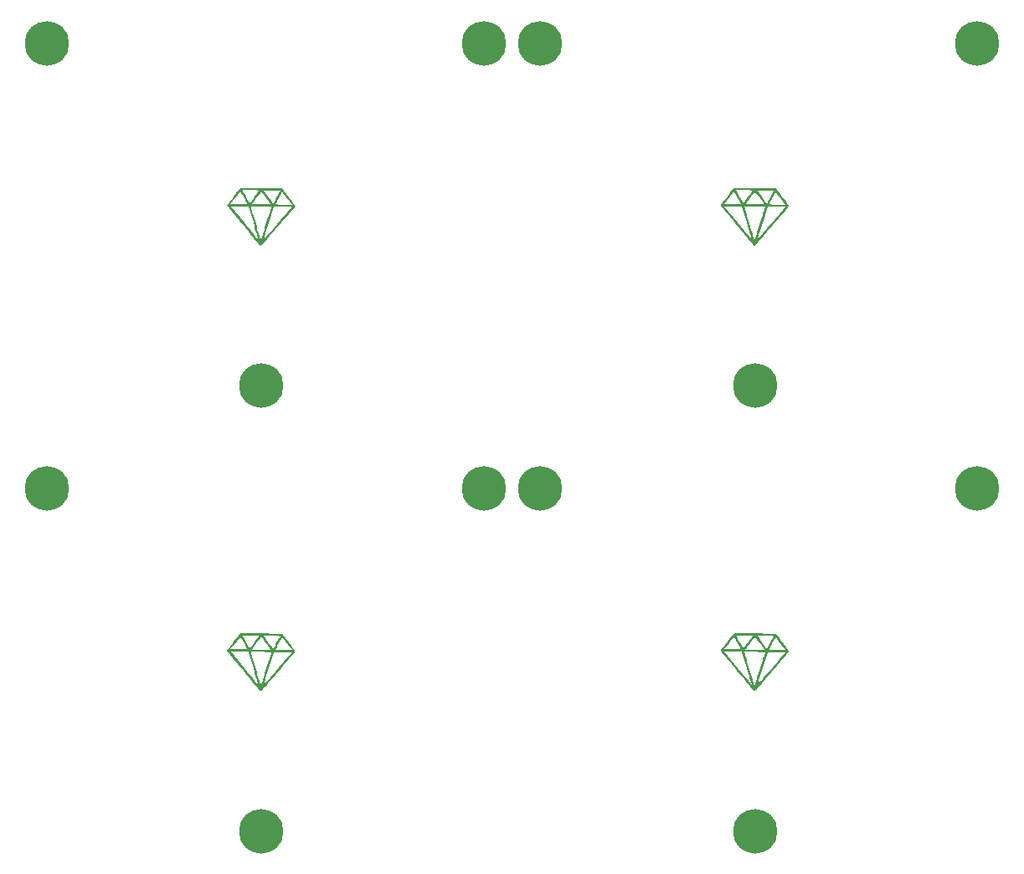
<source format=gbs>
%TF.GenerationSoftware,KiCad,Pcbnew,6.0.2+dfsg-1*%
%TF.CreationDate,2023-02-14T19:21:34+09:00*%
%TF.ProjectId,pcb-panel,7063622d-7061-46e6-956c-2e6b69636164,rev?*%
%TF.SameCoordinates,Original*%
%TF.FileFunction,Soldermask,Bot*%
%TF.FilePolarity,Negative*%
%FSLAX46Y46*%
G04 Gerber Fmt 4.6, Leading zero omitted, Abs format (unit mm)*
G04 Created by KiCad (PCBNEW 6.0.2+dfsg-1) date 2023-02-14 19:21:34*
%MOMM*%
%LPD*%
G01*
G04 APERTURE LIST*
%ADD10C,0.802000*%
%ADD11C,4.502000*%
G04 APERTURE END LIST*
G36*
X140316842Y-119578948D02*
G01*
X140330720Y-119606983D01*
X140328645Y-119611009D01*
X140302670Y-119645435D01*
X140265911Y-119690883D01*
X140248884Y-119711935D01*
X140245076Y-119716540D01*
X140169723Y-119807668D01*
X140067621Y-119929795D01*
X139945013Y-120075475D01*
X139804335Y-120241867D01*
X139648022Y-120426131D01*
X139478508Y-120625427D01*
X139298229Y-120836915D01*
X139109621Y-121057754D01*
X138915117Y-121285104D01*
X138717154Y-121516124D01*
X138518167Y-121747975D01*
X138320590Y-121977816D01*
X138126858Y-122202806D01*
X137939407Y-122420106D01*
X137760672Y-122626874D01*
X137593088Y-122820271D01*
X137439090Y-122997456D01*
X137301114Y-123155590D01*
X137181593Y-123291830D01*
X137082965Y-123403339D01*
X137007662Y-123487274D01*
X136958122Y-123540795D01*
X136910924Y-123587417D01*
X136862805Y-123621643D01*
X136823946Y-123624641D01*
X136783032Y-123600252D01*
X136768132Y-123584011D01*
X136724427Y-123532988D01*
X136654674Y-123450125D01*
X136561113Y-123338125D01*
X136445984Y-123199687D01*
X136311526Y-123037515D01*
X136159979Y-122854309D01*
X135993581Y-122652772D01*
X135814573Y-122435605D01*
X135625193Y-122205509D01*
X135427682Y-121965187D01*
X135315435Y-121828513D01*
X135109668Y-121577972D01*
X134907353Y-121331636D01*
X134711459Y-121093123D01*
X134524957Y-120866050D01*
X134350819Y-120654033D01*
X134192014Y-120460690D01*
X134051515Y-120289637D01*
X133932291Y-120144492D01*
X133837313Y-120028871D01*
X133769552Y-119946391D01*
X133656799Y-119807046D01*
X133562105Y-119685269D01*
X133533730Y-119646367D01*
X133811735Y-119646367D01*
X135170287Y-121299269D01*
X135244832Y-121389965D01*
X135473479Y-121668135D01*
X135674277Y-121912381D01*
X135849032Y-122124877D01*
X135999551Y-122307795D01*
X136127637Y-122463308D01*
X136235098Y-122593589D01*
X136323739Y-122700811D01*
X136395366Y-122787146D01*
X136451784Y-122854767D01*
X136494798Y-122905848D01*
X136526215Y-122942561D01*
X136547841Y-122967079D01*
X136561480Y-122981575D01*
X136568939Y-122988221D01*
X136572023Y-122989191D01*
X136572538Y-122986657D01*
X136567426Y-122967837D01*
X136549989Y-122906663D01*
X136521194Y-122806641D01*
X136482089Y-122671393D01*
X136433728Y-122504542D01*
X136377160Y-122309711D01*
X136313437Y-122090524D01*
X136243611Y-121850603D01*
X136168732Y-121593571D01*
X136089852Y-121323052D01*
X135612074Y-119685247D01*
X135846371Y-119685247D01*
X135854237Y-119711353D01*
X135874390Y-119779747D01*
X135905713Y-119886635D01*
X135947143Y-120028371D01*
X135997617Y-120201305D01*
X136056069Y-120401791D01*
X136121436Y-120626181D01*
X136192654Y-120870826D01*
X136268658Y-121132079D01*
X136348386Y-121406292D01*
X136426749Y-121675656D01*
X136502579Y-121935840D01*
X136573577Y-122178975D01*
X136638691Y-122401481D01*
X136696869Y-122599779D01*
X136747059Y-122770290D01*
X136788210Y-122909434D01*
X136811229Y-122986657D01*
X136819270Y-123013632D01*
X136839188Y-123079305D01*
X136846910Y-123102873D01*
X136850159Y-123098558D01*
X136865808Y-123059667D01*
X136885844Y-123003019D01*
X137127862Y-123003019D01*
X137130763Y-123000368D01*
X137158587Y-122969801D01*
X137213699Y-122907509D01*
X137293441Y-122816568D01*
X137395158Y-122700053D01*
X137516190Y-122561037D01*
X137653881Y-122402597D01*
X137805572Y-122227806D01*
X137968607Y-122039740D01*
X138140329Y-121841473D01*
X138318079Y-121636080D01*
X138499200Y-121426635D01*
X138681034Y-121216215D01*
X138860925Y-121007893D01*
X139036215Y-120804744D01*
X139204246Y-120609843D01*
X139362361Y-120426265D01*
X139507902Y-120257085D01*
X139638212Y-120105377D01*
X139750634Y-119974216D01*
X139842509Y-119866677D01*
X139911181Y-119785835D01*
X139953992Y-119734764D01*
X139968285Y-119716540D01*
X139967911Y-119716408D01*
X139939153Y-119714883D01*
X139868605Y-119713061D01*
X139761524Y-119711027D01*
X139623166Y-119708862D01*
X139458786Y-119706649D01*
X139273640Y-119704472D01*
X139072985Y-119702414D01*
X138183883Y-119693932D01*
X137653835Y-121346724D01*
X137573930Y-121596070D01*
X137491761Y-121852886D01*
X137415107Y-122092881D01*
X137345098Y-122312499D01*
X137282864Y-122508181D01*
X137229534Y-122676368D01*
X137186239Y-122813504D01*
X137154109Y-122916030D01*
X137134274Y-122980387D01*
X137127862Y-123003019D01*
X136885844Y-123003019D01*
X136891559Y-122986860D01*
X136924766Y-122887741D01*
X136962781Y-122769915D01*
X136982786Y-122707019D01*
X137020221Y-122589695D01*
X137069185Y-122436510D01*
X137127978Y-122252773D01*
X137194900Y-122043791D01*
X137268252Y-121814875D01*
X137346331Y-121571334D01*
X137427439Y-121318475D01*
X137509875Y-121061609D01*
X137512063Y-121054792D01*
X137590291Y-120810827D01*
X137663876Y-120580836D01*
X137731575Y-120368734D01*
X137792149Y-120178432D01*
X137844355Y-120013843D01*
X137886952Y-119878881D01*
X137918700Y-119777459D01*
X137938357Y-119713488D01*
X137944682Y-119690883D01*
X137931772Y-119690165D01*
X137876346Y-119688596D01*
X137781668Y-119686439D01*
X137652549Y-119683789D01*
X137493799Y-119680739D01*
X137310226Y-119677384D01*
X137106643Y-119673820D01*
X136887858Y-119670139D01*
X136748981Y-119667898D01*
X136516657Y-119664481D01*
X136326147Y-119662272D01*
X136173676Y-119661326D01*
X136055471Y-119661699D01*
X135967759Y-119663444D01*
X135906767Y-119666616D01*
X135868720Y-119671271D01*
X135849846Y-119677463D01*
X135846371Y-119685247D01*
X135612074Y-119685247D01*
X135607670Y-119670149D01*
X135359035Y-119652131D01*
X135287331Y-119648273D01*
X135163138Y-119644328D01*
X135008787Y-119641425D01*
X134833907Y-119639691D01*
X134648125Y-119639253D01*
X134461068Y-119640240D01*
X133811735Y-119646367D01*
X133533730Y-119646367D01*
X133493073Y-119590626D01*
X133451722Y-119525890D01*
X133440070Y-119493831D01*
X133450026Y-119477124D01*
X133487000Y-119425310D01*
X133492697Y-119417685D01*
X135944017Y-119417685D01*
X135948261Y-119418717D01*
X135990267Y-119421799D01*
X136072846Y-119425224D01*
X136190902Y-119428860D01*
X136339341Y-119432576D01*
X136513069Y-119436240D01*
X136706990Y-119439719D01*
X136916010Y-119442881D01*
X137876031Y-119456104D01*
X137875916Y-119455942D01*
X138314301Y-119455942D01*
X138316493Y-119456104D01*
X138333950Y-119457394D01*
X138396223Y-119459634D01*
X138495807Y-119462393D01*
X138627281Y-119465544D01*
X138785223Y-119468957D01*
X138964211Y-119472503D01*
X139158823Y-119476053D01*
X139996570Y-119490703D01*
X139577251Y-118926400D01*
X139555721Y-118897429D01*
X139446138Y-118750065D01*
X139343073Y-118611612D01*
X139250891Y-118487926D01*
X139173961Y-118384864D01*
X139116649Y-118308281D01*
X139083322Y-118264035D01*
X139008710Y-118165972D01*
X138658118Y-118808227D01*
X138618903Y-118880179D01*
X138535631Y-119033754D01*
X138461762Y-119171063D01*
X138399995Y-119287022D01*
X138353030Y-119376544D01*
X138323565Y-119434546D01*
X138314301Y-119455942D01*
X137875916Y-119455942D01*
X137765595Y-119300594D01*
X137572382Y-119029100D01*
X137401768Y-118790573D01*
X137255263Y-118587123D01*
X137133360Y-118419423D01*
X137036552Y-118288145D01*
X136965330Y-118193963D01*
X136920188Y-118137551D01*
X136901618Y-118119581D01*
X136900532Y-118120183D01*
X136878048Y-118144912D01*
X136832639Y-118201612D01*
X136768273Y-118284903D01*
X136688919Y-118389407D01*
X136598544Y-118509744D01*
X136501117Y-118640535D01*
X136400606Y-118776400D01*
X136300980Y-118911961D01*
X136206206Y-119041838D01*
X136120253Y-119160651D01*
X136047089Y-119263022D01*
X135990683Y-119343571D01*
X135955003Y-119396918D01*
X135952901Y-119400891D01*
X135944017Y-119417685D01*
X133492697Y-119417685D01*
X133517299Y-119384756D01*
X133792015Y-119384756D01*
X134272837Y-119399315D01*
X134529597Y-119406481D01*
X134771524Y-119411928D01*
X134983975Y-119415300D01*
X135163944Y-119416593D01*
X135308424Y-119415802D01*
X135414408Y-119412924D01*
X135478886Y-119407955D01*
X135498853Y-119400891D01*
X135477738Y-119356319D01*
X135438423Y-119280493D01*
X135384396Y-119179676D01*
X135319069Y-119059936D01*
X135245852Y-118927339D01*
X135168155Y-118787951D01*
X135089390Y-118647840D01*
X135012966Y-118513071D01*
X134942295Y-118389711D01*
X134880786Y-118283828D01*
X134831850Y-118201487D01*
X134798898Y-118148755D01*
X134785341Y-118131699D01*
X134776333Y-118142491D01*
X134740586Y-118186870D01*
X134681331Y-118261089D01*
X134602143Y-118360648D01*
X134506598Y-118481052D01*
X134398270Y-118617803D01*
X134280735Y-118766404D01*
X133792015Y-119384756D01*
X133517299Y-119384756D01*
X133548312Y-119343247D01*
X133630930Y-119234875D01*
X133731825Y-119104139D01*
X133847967Y-118954980D01*
X133976325Y-118791341D01*
X134113869Y-118617164D01*
X134594149Y-118010952D01*
X135003379Y-118010952D01*
X135005490Y-118015720D01*
X135025528Y-118054323D01*
X135064486Y-118127285D01*
X135119596Y-118229483D01*
X135188092Y-118355796D01*
X135267207Y-118501104D01*
X135354175Y-118660284D01*
X135392801Y-118730725D01*
X135477430Y-118884020D01*
X135553709Y-119020782D01*
X135618769Y-119135957D01*
X135669744Y-119224490D01*
X135703765Y-119281327D01*
X135717964Y-119301413D01*
X135718368Y-119301277D01*
X135737381Y-119280091D01*
X135779934Y-119226568D01*
X135842006Y-119146114D01*
X135919581Y-119044134D01*
X136008638Y-118926032D01*
X136105158Y-118797213D01*
X136205123Y-118663082D01*
X136304515Y-118529044D01*
X136399314Y-118400504D01*
X136485500Y-118282866D01*
X136559057Y-118181536D01*
X136615964Y-118101919D01*
X136649785Y-118052921D01*
X137144798Y-118052921D01*
X137606552Y-118694547D01*
X137683089Y-118800615D01*
X137788624Y-118945890D01*
X137883430Y-119075252D01*
X137964122Y-119184142D01*
X138027316Y-119268003D01*
X138069626Y-119322277D01*
X138087668Y-119342408D01*
X138091552Y-119339623D01*
X138115665Y-119305440D01*
X138158178Y-119236434D01*
X138216168Y-119137630D01*
X138286715Y-119014052D01*
X138366897Y-118870725D01*
X138453793Y-118712673D01*
X138800555Y-118076704D01*
X138596489Y-118058689D01*
X138541462Y-118055130D01*
X138431557Y-118051073D01*
X138290082Y-118048079D01*
X138126274Y-118046280D01*
X137949371Y-118045809D01*
X137768611Y-118046797D01*
X137144798Y-118052921D01*
X136649785Y-118052921D01*
X136652203Y-118049418D01*
X136663755Y-118029440D01*
X136658596Y-118028544D01*
X136615689Y-118026296D01*
X136534906Y-118023907D01*
X136422819Y-118021452D01*
X136286001Y-118019002D01*
X136131023Y-118016632D01*
X135964457Y-118014415D01*
X135792874Y-118012424D01*
X135622847Y-118010731D01*
X135460948Y-118009411D01*
X135313748Y-118008536D01*
X135187819Y-118008179D01*
X135089733Y-118008414D01*
X135026063Y-118009314D01*
X135003379Y-118010952D01*
X134594149Y-118010952D01*
X134777442Y-117779599D01*
X135181749Y-117779231D01*
X135242473Y-117779281D01*
X135392356Y-117779992D01*
X135572077Y-117781461D01*
X135777335Y-117783609D01*
X136003830Y-117786361D01*
X136247263Y-117789639D01*
X136503334Y-117793367D01*
X136767742Y-117797468D01*
X137036188Y-117801866D01*
X137304372Y-117806482D01*
X137567993Y-117811242D01*
X137822753Y-117816068D01*
X138064351Y-117820882D01*
X138288486Y-117825610D01*
X138490860Y-117830173D01*
X138667172Y-117834495D01*
X138813122Y-117838500D01*
X138924410Y-117842110D01*
X138996737Y-117845249D01*
X139025803Y-117847840D01*
X139026972Y-117848426D01*
X139053079Y-117874417D01*
X139102968Y-117933703D01*
X139173124Y-118021547D01*
X139179267Y-118029440D01*
X139216053Y-118076704D01*
X139260034Y-118133212D01*
X139360184Y-118263961D01*
X139470060Y-118409057D01*
X139586149Y-118563763D01*
X139704936Y-118723343D01*
X139822907Y-118883059D01*
X139936550Y-119038174D01*
X140042350Y-119183952D01*
X140136793Y-119315655D01*
X140216365Y-119428547D01*
X140258934Y-119490703D01*
X140277553Y-119517890D01*
X140316842Y-119578948D01*
G37*
G36*
X90405842Y-119578948D02*
G01*
X90419720Y-119606983D01*
X90417645Y-119611009D01*
X90391670Y-119645435D01*
X90354911Y-119690883D01*
X90337884Y-119711935D01*
X90334076Y-119716540D01*
X90258723Y-119807668D01*
X90156621Y-119929795D01*
X90034013Y-120075475D01*
X89893335Y-120241867D01*
X89737022Y-120426131D01*
X89567508Y-120625427D01*
X89387229Y-120836915D01*
X89198621Y-121057754D01*
X89004117Y-121285104D01*
X88806154Y-121516124D01*
X88607167Y-121747975D01*
X88409590Y-121977816D01*
X88215858Y-122202806D01*
X88028407Y-122420106D01*
X87849672Y-122626874D01*
X87682088Y-122820271D01*
X87528090Y-122997456D01*
X87390114Y-123155590D01*
X87270593Y-123291830D01*
X87171965Y-123403339D01*
X87096662Y-123487274D01*
X87047122Y-123540795D01*
X86999924Y-123587417D01*
X86951805Y-123621643D01*
X86912946Y-123624641D01*
X86872032Y-123600252D01*
X86857132Y-123584011D01*
X86813427Y-123532988D01*
X86743674Y-123450125D01*
X86650113Y-123338125D01*
X86534984Y-123199687D01*
X86400526Y-123037515D01*
X86248979Y-122854309D01*
X86082581Y-122652772D01*
X85903573Y-122435605D01*
X85714193Y-122205509D01*
X85516682Y-121965187D01*
X85404435Y-121828513D01*
X85198668Y-121577972D01*
X84996353Y-121331636D01*
X84800459Y-121093123D01*
X84613957Y-120866050D01*
X84439819Y-120654033D01*
X84281014Y-120460690D01*
X84140515Y-120289637D01*
X84021291Y-120144492D01*
X83926313Y-120028871D01*
X83858552Y-119946391D01*
X83745799Y-119807046D01*
X83651105Y-119685269D01*
X83622730Y-119646367D01*
X83900735Y-119646367D01*
X85259287Y-121299269D01*
X85333832Y-121389965D01*
X85562479Y-121668135D01*
X85763277Y-121912381D01*
X85938032Y-122124877D01*
X86088551Y-122307795D01*
X86216637Y-122463308D01*
X86324098Y-122593589D01*
X86412739Y-122700811D01*
X86484366Y-122787146D01*
X86540784Y-122854767D01*
X86583798Y-122905848D01*
X86615215Y-122942561D01*
X86636841Y-122967079D01*
X86650480Y-122981575D01*
X86657939Y-122988221D01*
X86661023Y-122989191D01*
X86661538Y-122986657D01*
X86656426Y-122967837D01*
X86638989Y-122906663D01*
X86610194Y-122806641D01*
X86571089Y-122671393D01*
X86522728Y-122504542D01*
X86466160Y-122309711D01*
X86402437Y-122090524D01*
X86332611Y-121850603D01*
X86257732Y-121593571D01*
X86178852Y-121323052D01*
X85701074Y-119685247D01*
X85935371Y-119685247D01*
X85943237Y-119711353D01*
X85963390Y-119779747D01*
X85994713Y-119886635D01*
X86036143Y-120028371D01*
X86086617Y-120201305D01*
X86145069Y-120401791D01*
X86210436Y-120626181D01*
X86281654Y-120870826D01*
X86357658Y-121132079D01*
X86437386Y-121406292D01*
X86515749Y-121675656D01*
X86591579Y-121935840D01*
X86662577Y-122178975D01*
X86727691Y-122401481D01*
X86785869Y-122599779D01*
X86836059Y-122770290D01*
X86877210Y-122909434D01*
X86900229Y-122986657D01*
X86908270Y-123013632D01*
X86928188Y-123079305D01*
X86935910Y-123102873D01*
X86939159Y-123098558D01*
X86954808Y-123059667D01*
X86974844Y-123003019D01*
X87216862Y-123003019D01*
X87219763Y-123000368D01*
X87247587Y-122969801D01*
X87302699Y-122907509D01*
X87382441Y-122816568D01*
X87484158Y-122700053D01*
X87605190Y-122561037D01*
X87742881Y-122402597D01*
X87894572Y-122227806D01*
X88057607Y-122039740D01*
X88229329Y-121841473D01*
X88407079Y-121636080D01*
X88588200Y-121426635D01*
X88770034Y-121216215D01*
X88949925Y-121007893D01*
X89125215Y-120804744D01*
X89293246Y-120609843D01*
X89451361Y-120426265D01*
X89596902Y-120257085D01*
X89727212Y-120105377D01*
X89839634Y-119974216D01*
X89931509Y-119866677D01*
X90000181Y-119785835D01*
X90042992Y-119734764D01*
X90057285Y-119716540D01*
X90056911Y-119716408D01*
X90028153Y-119714883D01*
X89957605Y-119713061D01*
X89850524Y-119711027D01*
X89712166Y-119708862D01*
X89547786Y-119706649D01*
X89362640Y-119704472D01*
X89161985Y-119702414D01*
X88272883Y-119693932D01*
X87742835Y-121346724D01*
X87662930Y-121596070D01*
X87580761Y-121852886D01*
X87504107Y-122092881D01*
X87434098Y-122312499D01*
X87371864Y-122508181D01*
X87318534Y-122676368D01*
X87275239Y-122813504D01*
X87243109Y-122916030D01*
X87223274Y-122980387D01*
X87216862Y-123003019D01*
X86974844Y-123003019D01*
X86980559Y-122986860D01*
X87013766Y-122887741D01*
X87051781Y-122769915D01*
X87071786Y-122707019D01*
X87109221Y-122589695D01*
X87158185Y-122436510D01*
X87216978Y-122252773D01*
X87283900Y-122043791D01*
X87357252Y-121814875D01*
X87435331Y-121571334D01*
X87516439Y-121318475D01*
X87598875Y-121061609D01*
X87601063Y-121054792D01*
X87679291Y-120810827D01*
X87752876Y-120580836D01*
X87820575Y-120368734D01*
X87881149Y-120178432D01*
X87933355Y-120013843D01*
X87975952Y-119878881D01*
X88007700Y-119777459D01*
X88027357Y-119713488D01*
X88033682Y-119690883D01*
X88020772Y-119690165D01*
X87965346Y-119688596D01*
X87870668Y-119686439D01*
X87741549Y-119683789D01*
X87582799Y-119680739D01*
X87399226Y-119677384D01*
X87195643Y-119673820D01*
X86976858Y-119670139D01*
X86837981Y-119667898D01*
X86605657Y-119664481D01*
X86415147Y-119662272D01*
X86262676Y-119661326D01*
X86144471Y-119661699D01*
X86056759Y-119663444D01*
X85995767Y-119666616D01*
X85957720Y-119671271D01*
X85938846Y-119677463D01*
X85935371Y-119685247D01*
X85701074Y-119685247D01*
X85696670Y-119670149D01*
X85448035Y-119652131D01*
X85376331Y-119648273D01*
X85252138Y-119644328D01*
X85097787Y-119641425D01*
X84922907Y-119639691D01*
X84737125Y-119639253D01*
X84550068Y-119640240D01*
X83900735Y-119646367D01*
X83622730Y-119646367D01*
X83582073Y-119590626D01*
X83540722Y-119525890D01*
X83529070Y-119493831D01*
X83539026Y-119477124D01*
X83576000Y-119425310D01*
X83581697Y-119417685D01*
X86033017Y-119417685D01*
X86037261Y-119418717D01*
X86079267Y-119421799D01*
X86161846Y-119425224D01*
X86279902Y-119428860D01*
X86428341Y-119432576D01*
X86602069Y-119436240D01*
X86795990Y-119439719D01*
X87005010Y-119442881D01*
X87965031Y-119456104D01*
X87964916Y-119455942D01*
X88403301Y-119455942D01*
X88405493Y-119456104D01*
X88422950Y-119457394D01*
X88485223Y-119459634D01*
X88584807Y-119462393D01*
X88716281Y-119465544D01*
X88874223Y-119468957D01*
X89053211Y-119472503D01*
X89247823Y-119476053D01*
X90085570Y-119490703D01*
X89666251Y-118926400D01*
X89644721Y-118897429D01*
X89535138Y-118750065D01*
X89432073Y-118611612D01*
X89339891Y-118487926D01*
X89262961Y-118384864D01*
X89205649Y-118308281D01*
X89172322Y-118264035D01*
X89097710Y-118165972D01*
X88747118Y-118808227D01*
X88707903Y-118880179D01*
X88624631Y-119033754D01*
X88550762Y-119171063D01*
X88488995Y-119287022D01*
X88442030Y-119376544D01*
X88412565Y-119434546D01*
X88403301Y-119455942D01*
X87964916Y-119455942D01*
X87854595Y-119300594D01*
X87661382Y-119029100D01*
X87490768Y-118790573D01*
X87344263Y-118587123D01*
X87222360Y-118419423D01*
X87125552Y-118288145D01*
X87054330Y-118193963D01*
X87009188Y-118137551D01*
X86990618Y-118119581D01*
X86989532Y-118120183D01*
X86967048Y-118144912D01*
X86921639Y-118201612D01*
X86857273Y-118284903D01*
X86777919Y-118389407D01*
X86687544Y-118509744D01*
X86590117Y-118640535D01*
X86489606Y-118776400D01*
X86389980Y-118911961D01*
X86295206Y-119041838D01*
X86209253Y-119160651D01*
X86136089Y-119263022D01*
X86079683Y-119343571D01*
X86044003Y-119396918D01*
X86041901Y-119400891D01*
X86033017Y-119417685D01*
X83581697Y-119417685D01*
X83606299Y-119384756D01*
X83881015Y-119384756D01*
X84361837Y-119399315D01*
X84618597Y-119406481D01*
X84860524Y-119411928D01*
X85072975Y-119415300D01*
X85252944Y-119416593D01*
X85397424Y-119415802D01*
X85503408Y-119412924D01*
X85567886Y-119407955D01*
X85587853Y-119400891D01*
X85566738Y-119356319D01*
X85527423Y-119280493D01*
X85473396Y-119179676D01*
X85408069Y-119059936D01*
X85334852Y-118927339D01*
X85257155Y-118787951D01*
X85178390Y-118647840D01*
X85101966Y-118513071D01*
X85031295Y-118389711D01*
X84969786Y-118283828D01*
X84920850Y-118201487D01*
X84887898Y-118148755D01*
X84874341Y-118131699D01*
X84865333Y-118142491D01*
X84829586Y-118186870D01*
X84770331Y-118261089D01*
X84691143Y-118360648D01*
X84595598Y-118481052D01*
X84487270Y-118617803D01*
X84369735Y-118766404D01*
X83881015Y-119384756D01*
X83606299Y-119384756D01*
X83637312Y-119343247D01*
X83719930Y-119234875D01*
X83820825Y-119104139D01*
X83936967Y-118954980D01*
X84065325Y-118791341D01*
X84202869Y-118617164D01*
X84683149Y-118010952D01*
X85092379Y-118010952D01*
X85094490Y-118015720D01*
X85114528Y-118054323D01*
X85153486Y-118127285D01*
X85208596Y-118229483D01*
X85277092Y-118355796D01*
X85356207Y-118501104D01*
X85443175Y-118660284D01*
X85481801Y-118730725D01*
X85566430Y-118884020D01*
X85642709Y-119020782D01*
X85707769Y-119135957D01*
X85758744Y-119224490D01*
X85792765Y-119281327D01*
X85806964Y-119301413D01*
X85807368Y-119301277D01*
X85826381Y-119280091D01*
X85868934Y-119226568D01*
X85931006Y-119146114D01*
X86008581Y-119044134D01*
X86097638Y-118926032D01*
X86194158Y-118797213D01*
X86294123Y-118663082D01*
X86393515Y-118529044D01*
X86488314Y-118400504D01*
X86574500Y-118282866D01*
X86648057Y-118181536D01*
X86704964Y-118101919D01*
X86738785Y-118052921D01*
X87233798Y-118052921D01*
X87695552Y-118694547D01*
X87772089Y-118800615D01*
X87877624Y-118945890D01*
X87972430Y-119075252D01*
X88053122Y-119184142D01*
X88116316Y-119268003D01*
X88158626Y-119322277D01*
X88176668Y-119342408D01*
X88180552Y-119339623D01*
X88204665Y-119305440D01*
X88247178Y-119236434D01*
X88305168Y-119137630D01*
X88375715Y-119014052D01*
X88455897Y-118870725D01*
X88542793Y-118712673D01*
X88889555Y-118076704D01*
X88685489Y-118058689D01*
X88630462Y-118055130D01*
X88520557Y-118051073D01*
X88379082Y-118048079D01*
X88215274Y-118046280D01*
X88038371Y-118045809D01*
X87857611Y-118046797D01*
X87233798Y-118052921D01*
X86738785Y-118052921D01*
X86741203Y-118049418D01*
X86752755Y-118029440D01*
X86747596Y-118028544D01*
X86704689Y-118026296D01*
X86623906Y-118023907D01*
X86511819Y-118021452D01*
X86375001Y-118019002D01*
X86220023Y-118016632D01*
X86053457Y-118014415D01*
X85881874Y-118012424D01*
X85711847Y-118010731D01*
X85549948Y-118009411D01*
X85402748Y-118008536D01*
X85276819Y-118008179D01*
X85178733Y-118008414D01*
X85115063Y-118009314D01*
X85092379Y-118010952D01*
X84683149Y-118010952D01*
X84866442Y-117779599D01*
X85270749Y-117779231D01*
X85331473Y-117779281D01*
X85481356Y-117779992D01*
X85661077Y-117781461D01*
X85866335Y-117783609D01*
X86092830Y-117786361D01*
X86336263Y-117789639D01*
X86592334Y-117793367D01*
X86856742Y-117797468D01*
X87125188Y-117801866D01*
X87393372Y-117806482D01*
X87656993Y-117811242D01*
X87911753Y-117816068D01*
X88153351Y-117820882D01*
X88377486Y-117825610D01*
X88579860Y-117830173D01*
X88756172Y-117834495D01*
X88902122Y-117838500D01*
X89013410Y-117842110D01*
X89085737Y-117845249D01*
X89114803Y-117847840D01*
X89115972Y-117848426D01*
X89142079Y-117874417D01*
X89191968Y-117933703D01*
X89262124Y-118021547D01*
X89268267Y-118029440D01*
X89305053Y-118076704D01*
X89349034Y-118133212D01*
X89449184Y-118263961D01*
X89559060Y-118409057D01*
X89675149Y-118563763D01*
X89793936Y-118723343D01*
X89911907Y-118883059D01*
X90025550Y-119038174D01*
X90131350Y-119183952D01*
X90225793Y-119315655D01*
X90305365Y-119428547D01*
X90347934Y-119490703D01*
X90366553Y-119517890D01*
X90405842Y-119578948D01*
G37*
G36*
X140316842Y-74493948D02*
G01*
X140330720Y-74521983D01*
X140328645Y-74526009D01*
X140302670Y-74560435D01*
X140265911Y-74605883D01*
X140248884Y-74626935D01*
X140245076Y-74631540D01*
X140169723Y-74722668D01*
X140067621Y-74844795D01*
X139945013Y-74990475D01*
X139804335Y-75156867D01*
X139648022Y-75341131D01*
X139478508Y-75540427D01*
X139298229Y-75751915D01*
X139109621Y-75972754D01*
X138915117Y-76200104D01*
X138717154Y-76431124D01*
X138518167Y-76662975D01*
X138320590Y-76892816D01*
X138126858Y-77117806D01*
X137939407Y-77335106D01*
X137760672Y-77541874D01*
X137593088Y-77735271D01*
X137439090Y-77912456D01*
X137301114Y-78070590D01*
X137181593Y-78206830D01*
X137082965Y-78318339D01*
X137007662Y-78402274D01*
X136958122Y-78455795D01*
X136910924Y-78502417D01*
X136862805Y-78536643D01*
X136823946Y-78539641D01*
X136783032Y-78515252D01*
X136768132Y-78499011D01*
X136724427Y-78447988D01*
X136654674Y-78365125D01*
X136561113Y-78253125D01*
X136445984Y-78114687D01*
X136311526Y-77952515D01*
X136159979Y-77769309D01*
X135993581Y-77567772D01*
X135814573Y-77350605D01*
X135625193Y-77120509D01*
X135427682Y-76880187D01*
X135315435Y-76743513D01*
X135109668Y-76492972D01*
X134907353Y-76246636D01*
X134711459Y-76008123D01*
X134524957Y-75781050D01*
X134350819Y-75569033D01*
X134192014Y-75375690D01*
X134051515Y-75204637D01*
X133932291Y-75059492D01*
X133837313Y-74943871D01*
X133769552Y-74861391D01*
X133656799Y-74722046D01*
X133562105Y-74600269D01*
X133533730Y-74561367D01*
X133811735Y-74561367D01*
X135170287Y-76214269D01*
X135244832Y-76304965D01*
X135473479Y-76583135D01*
X135674277Y-76827381D01*
X135849032Y-77039877D01*
X135999551Y-77222795D01*
X136127637Y-77378308D01*
X136235098Y-77508589D01*
X136323739Y-77615811D01*
X136395366Y-77702146D01*
X136451784Y-77769767D01*
X136494798Y-77820848D01*
X136526215Y-77857561D01*
X136547841Y-77882079D01*
X136561480Y-77896575D01*
X136568939Y-77903221D01*
X136572023Y-77904191D01*
X136572538Y-77901657D01*
X136567426Y-77882837D01*
X136549989Y-77821663D01*
X136521194Y-77721641D01*
X136482089Y-77586393D01*
X136433728Y-77419542D01*
X136377160Y-77224711D01*
X136313437Y-77005524D01*
X136243611Y-76765603D01*
X136168732Y-76508571D01*
X136089852Y-76238052D01*
X135612074Y-74600247D01*
X135846371Y-74600247D01*
X135854237Y-74626353D01*
X135874390Y-74694747D01*
X135905713Y-74801635D01*
X135947143Y-74943371D01*
X135997617Y-75116305D01*
X136056069Y-75316791D01*
X136121436Y-75541181D01*
X136192654Y-75785826D01*
X136268658Y-76047079D01*
X136348386Y-76321292D01*
X136426749Y-76590656D01*
X136502579Y-76850840D01*
X136573577Y-77093975D01*
X136638691Y-77316481D01*
X136696869Y-77514779D01*
X136747059Y-77685290D01*
X136788210Y-77824434D01*
X136811229Y-77901657D01*
X136819270Y-77928632D01*
X136839188Y-77994305D01*
X136846910Y-78017873D01*
X136850159Y-78013558D01*
X136865808Y-77974667D01*
X136885844Y-77918019D01*
X137127862Y-77918019D01*
X137130763Y-77915368D01*
X137158587Y-77884801D01*
X137213699Y-77822509D01*
X137293441Y-77731568D01*
X137395158Y-77615053D01*
X137516190Y-77476037D01*
X137653881Y-77317597D01*
X137805572Y-77142806D01*
X137968607Y-76954740D01*
X138140329Y-76756473D01*
X138318079Y-76551080D01*
X138499200Y-76341635D01*
X138681034Y-76131215D01*
X138860925Y-75922893D01*
X139036215Y-75719744D01*
X139204246Y-75524843D01*
X139362361Y-75341265D01*
X139507902Y-75172085D01*
X139638212Y-75020377D01*
X139750634Y-74889216D01*
X139842509Y-74781677D01*
X139911181Y-74700835D01*
X139953992Y-74649764D01*
X139968285Y-74631540D01*
X139967911Y-74631408D01*
X139939153Y-74629883D01*
X139868605Y-74628061D01*
X139761524Y-74626027D01*
X139623166Y-74623862D01*
X139458786Y-74621649D01*
X139273640Y-74619472D01*
X139072985Y-74617414D01*
X138183883Y-74608932D01*
X137653835Y-76261724D01*
X137573930Y-76511070D01*
X137491761Y-76767886D01*
X137415107Y-77007881D01*
X137345098Y-77227499D01*
X137282864Y-77423181D01*
X137229534Y-77591368D01*
X137186239Y-77728504D01*
X137154109Y-77831030D01*
X137134274Y-77895387D01*
X137127862Y-77918019D01*
X136885844Y-77918019D01*
X136891559Y-77901860D01*
X136924766Y-77802741D01*
X136962781Y-77684915D01*
X136982786Y-77622019D01*
X137020221Y-77504695D01*
X137069185Y-77351510D01*
X137127978Y-77167773D01*
X137194900Y-76958791D01*
X137268252Y-76729875D01*
X137346331Y-76486334D01*
X137427439Y-76233475D01*
X137509875Y-75976609D01*
X137512063Y-75969792D01*
X137590291Y-75725827D01*
X137663876Y-75495836D01*
X137731575Y-75283734D01*
X137792149Y-75093432D01*
X137844355Y-74928843D01*
X137886952Y-74793881D01*
X137918700Y-74692459D01*
X137938357Y-74628488D01*
X137944682Y-74605883D01*
X137931772Y-74605165D01*
X137876346Y-74603596D01*
X137781668Y-74601439D01*
X137652549Y-74598789D01*
X137493799Y-74595739D01*
X137310226Y-74592384D01*
X137106643Y-74588820D01*
X136887858Y-74585139D01*
X136748981Y-74582898D01*
X136516657Y-74579481D01*
X136326147Y-74577272D01*
X136173676Y-74576326D01*
X136055471Y-74576699D01*
X135967759Y-74578444D01*
X135906767Y-74581616D01*
X135868720Y-74586271D01*
X135849846Y-74592463D01*
X135846371Y-74600247D01*
X135612074Y-74600247D01*
X135607670Y-74585149D01*
X135359035Y-74567131D01*
X135287331Y-74563273D01*
X135163138Y-74559328D01*
X135008787Y-74556425D01*
X134833907Y-74554691D01*
X134648125Y-74554253D01*
X134461068Y-74555240D01*
X133811735Y-74561367D01*
X133533730Y-74561367D01*
X133493073Y-74505626D01*
X133451722Y-74440890D01*
X133440070Y-74408831D01*
X133450026Y-74392124D01*
X133487000Y-74340310D01*
X133492697Y-74332685D01*
X135944017Y-74332685D01*
X135948261Y-74333717D01*
X135990267Y-74336799D01*
X136072846Y-74340224D01*
X136190902Y-74343860D01*
X136339341Y-74347576D01*
X136513069Y-74351240D01*
X136706990Y-74354719D01*
X136916010Y-74357881D01*
X137876031Y-74371104D01*
X137875916Y-74370942D01*
X138314301Y-74370942D01*
X138316493Y-74371104D01*
X138333950Y-74372394D01*
X138396223Y-74374634D01*
X138495807Y-74377393D01*
X138627281Y-74380544D01*
X138785223Y-74383957D01*
X138964211Y-74387503D01*
X139158823Y-74391053D01*
X139996570Y-74405703D01*
X139577251Y-73841400D01*
X139555721Y-73812429D01*
X139446138Y-73665065D01*
X139343073Y-73526612D01*
X139250891Y-73402926D01*
X139173961Y-73299864D01*
X139116649Y-73223281D01*
X139083322Y-73179035D01*
X139008710Y-73080972D01*
X138658118Y-73723227D01*
X138618903Y-73795179D01*
X138535631Y-73948754D01*
X138461762Y-74086063D01*
X138399995Y-74202022D01*
X138353030Y-74291544D01*
X138323565Y-74349546D01*
X138314301Y-74370942D01*
X137875916Y-74370942D01*
X137765595Y-74215594D01*
X137572382Y-73944100D01*
X137401768Y-73705573D01*
X137255263Y-73502123D01*
X137133360Y-73334423D01*
X137036552Y-73203145D01*
X136965330Y-73108963D01*
X136920188Y-73052551D01*
X136901618Y-73034581D01*
X136900532Y-73035183D01*
X136878048Y-73059912D01*
X136832639Y-73116612D01*
X136768273Y-73199903D01*
X136688919Y-73304407D01*
X136598544Y-73424744D01*
X136501117Y-73555535D01*
X136400606Y-73691400D01*
X136300980Y-73826961D01*
X136206206Y-73956838D01*
X136120253Y-74075651D01*
X136047089Y-74178022D01*
X135990683Y-74258571D01*
X135955003Y-74311918D01*
X135952901Y-74315891D01*
X135944017Y-74332685D01*
X133492697Y-74332685D01*
X133517299Y-74299756D01*
X133792015Y-74299756D01*
X134272837Y-74314315D01*
X134529597Y-74321481D01*
X134771524Y-74326928D01*
X134983975Y-74330300D01*
X135163944Y-74331593D01*
X135308424Y-74330802D01*
X135414408Y-74327924D01*
X135478886Y-74322955D01*
X135498853Y-74315891D01*
X135477738Y-74271319D01*
X135438423Y-74195493D01*
X135384396Y-74094676D01*
X135319069Y-73974936D01*
X135245852Y-73842339D01*
X135168155Y-73702951D01*
X135089390Y-73562840D01*
X135012966Y-73428071D01*
X134942295Y-73304711D01*
X134880786Y-73198828D01*
X134831850Y-73116487D01*
X134798898Y-73063755D01*
X134785341Y-73046699D01*
X134776333Y-73057491D01*
X134740586Y-73101870D01*
X134681331Y-73176089D01*
X134602143Y-73275648D01*
X134506598Y-73396052D01*
X134398270Y-73532803D01*
X134280735Y-73681404D01*
X133792015Y-74299756D01*
X133517299Y-74299756D01*
X133548312Y-74258247D01*
X133630930Y-74149875D01*
X133731825Y-74019139D01*
X133847967Y-73869980D01*
X133976325Y-73706341D01*
X134113869Y-73532164D01*
X134594149Y-72925952D01*
X135003379Y-72925952D01*
X135005490Y-72930720D01*
X135025528Y-72969323D01*
X135064486Y-73042285D01*
X135119596Y-73144483D01*
X135188092Y-73270796D01*
X135267207Y-73416104D01*
X135354175Y-73575284D01*
X135392801Y-73645725D01*
X135477430Y-73799020D01*
X135553709Y-73935782D01*
X135618769Y-74050957D01*
X135669744Y-74139490D01*
X135703765Y-74196327D01*
X135717964Y-74216413D01*
X135718368Y-74216277D01*
X135737381Y-74195091D01*
X135779934Y-74141568D01*
X135842006Y-74061114D01*
X135919581Y-73959134D01*
X136008638Y-73841032D01*
X136105158Y-73712213D01*
X136205123Y-73578082D01*
X136304515Y-73444044D01*
X136399314Y-73315504D01*
X136485500Y-73197866D01*
X136559057Y-73096536D01*
X136615964Y-73016919D01*
X136649785Y-72967921D01*
X137144798Y-72967921D01*
X137606552Y-73609547D01*
X137683089Y-73715615D01*
X137788624Y-73860890D01*
X137883430Y-73990252D01*
X137964122Y-74099142D01*
X138027316Y-74183003D01*
X138069626Y-74237277D01*
X138087668Y-74257408D01*
X138091552Y-74254623D01*
X138115665Y-74220440D01*
X138158178Y-74151434D01*
X138216168Y-74052630D01*
X138286715Y-73929052D01*
X138366897Y-73785725D01*
X138453793Y-73627673D01*
X138800555Y-72991704D01*
X138596489Y-72973689D01*
X138541462Y-72970130D01*
X138431557Y-72966073D01*
X138290082Y-72963079D01*
X138126274Y-72961280D01*
X137949371Y-72960809D01*
X137768611Y-72961797D01*
X137144798Y-72967921D01*
X136649785Y-72967921D01*
X136652203Y-72964418D01*
X136663755Y-72944440D01*
X136658596Y-72943544D01*
X136615689Y-72941296D01*
X136534906Y-72938907D01*
X136422819Y-72936452D01*
X136286001Y-72934002D01*
X136131023Y-72931632D01*
X135964457Y-72929415D01*
X135792874Y-72927424D01*
X135622847Y-72925731D01*
X135460948Y-72924411D01*
X135313748Y-72923536D01*
X135187819Y-72923179D01*
X135089733Y-72923414D01*
X135026063Y-72924314D01*
X135003379Y-72925952D01*
X134594149Y-72925952D01*
X134777442Y-72694599D01*
X135181749Y-72694231D01*
X135242473Y-72694281D01*
X135392356Y-72694992D01*
X135572077Y-72696461D01*
X135777335Y-72698609D01*
X136003830Y-72701361D01*
X136247263Y-72704639D01*
X136503334Y-72708367D01*
X136767742Y-72712468D01*
X137036188Y-72716866D01*
X137304372Y-72721482D01*
X137567993Y-72726242D01*
X137822753Y-72731068D01*
X138064351Y-72735882D01*
X138288486Y-72740610D01*
X138490860Y-72745173D01*
X138667172Y-72749495D01*
X138813122Y-72753500D01*
X138924410Y-72757110D01*
X138996737Y-72760249D01*
X139025803Y-72762840D01*
X139026972Y-72763426D01*
X139053079Y-72789417D01*
X139102968Y-72848703D01*
X139173124Y-72936547D01*
X139179267Y-72944440D01*
X139216053Y-72991704D01*
X139260034Y-73048212D01*
X139360184Y-73178961D01*
X139470060Y-73324057D01*
X139586149Y-73478763D01*
X139704936Y-73638343D01*
X139822907Y-73798059D01*
X139936550Y-73953174D01*
X140042350Y-74098952D01*
X140136793Y-74230655D01*
X140216365Y-74343547D01*
X140258934Y-74405703D01*
X140277553Y-74432890D01*
X140316842Y-74493948D01*
G37*
G36*
X90405842Y-74493948D02*
G01*
X90419720Y-74521983D01*
X90417645Y-74526009D01*
X90391670Y-74560435D01*
X90354911Y-74605883D01*
X90337884Y-74626935D01*
X90334076Y-74631540D01*
X90258723Y-74722668D01*
X90156621Y-74844795D01*
X90034013Y-74990475D01*
X89893335Y-75156867D01*
X89737022Y-75341131D01*
X89567508Y-75540427D01*
X89387229Y-75751915D01*
X89198621Y-75972754D01*
X89004117Y-76200104D01*
X88806154Y-76431124D01*
X88607167Y-76662975D01*
X88409590Y-76892816D01*
X88215858Y-77117806D01*
X88028407Y-77335106D01*
X87849672Y-77541874D01*
X87682088Y-77735271D01*
X87528090Y-77912456D01*
X87390114Y-78070590D01*
X87270593Y-78206830D01*
X87171965Y-78318339D01*
X87096662Y-78402274D01*
X87047122Y-78455795D01*
X86999924Y-78502417D01*
X86951805Y-78536643D01*
X86912946Y-78539641D01*
X86872032Y-78515252D01*
X86857132Y-78499011D01*
X86813427Y-78447988D01*
X86743674Y-78365125D01*
X86650113Y-78253125D01*
X86534984Y-78114687D01*
X86400526Y-77952515D01*
X86248979Y-77769309D01*
X86082581Y-77567772D01*
X85903573Y-77350605D01*
X85714193Y-77120509D01*
X85516682Y-76880187D01*
X85404435Y-76743513D01*
X85198668Y-76492972D01*
X84996353Y-76246636D01*
X84800459Y-76008123D01*
X84613957Y-75781050D01*
X84439819Y-75569033D01*
X84281014Y-75375690D01*
X84140515Y-75204637D01*
X84021291Y-75059492D01*
X83926313Y-74943871D01*
X83858552Y-74861391D01*
X83745799Y-74722046D01*
X83651105Y-74600269D01*
X83622730Y-74561367D01*
X83900735Y-74561367D01*
X85259287Y-76214269D01*
X85333832Y-76304965D01*
X85562479Y-76583135D01*
X85763277Y-76827381D01*
X85938032Y-77039877D01*
X86088551Y-77222795D01*
X86216637Y-77378308D01*
X86324098Y-77508589D01*
X86412739Y-77615811D01*
X86484366Y-77702146D01*
X86540784Y-77769767D01*
X86583798Y-77820848D01*
X86615215Y-77857561D01*
X86636841Y-77882079D01*
X86650480Y-77896575D01*
X86657939Y-77903221D01*
X86661023Y-77904191D01*
X86661538Y-77901657D01*
X86656426Y-77882837D01*
X86638989Y-77821663D01*
X86610194Y-77721641D01*
X86571089Y-77586393D01*
X86522728Y-77419542D01*
X86466160Y-77224711D01*
X86402437Y-77005524D01*
X86332611Y-76765603D01*
X86257732Y-76508571D01*
X86178852Y-76238052D01*
X85701074Y-74600247D01*
X85935371Y-74600247D01*
X85943237Y-74626353D01*
X85963390Y-74694747D01*
X85994713Y-74801635D01*
X86036143Y-74943371D01*
X86086617Y-75116305D01*
X86145069Y-75316791D01*
X86210436Y-75541181D01*
X86281654Y-75785826D01*
X86357658Y-76047079D01*
X86437386Y-76321292D01*
X86515749Y-76590656D01*
X86591579Y-76850840D01*
X86662577Y-77093975D01*
X86727691Y-77316481D01*
X86785869Y-77514779D01*
X86836059Y-77685290D01*
X86877210Y-77824434D01*
X86900229Y-77901657D01*
X86908270Y-77928632D01*
X86928188Y-77994305D01*
X86935910Y-78017873D01*
X86939159Y-78013558D01*
X86954808Y-77974667D01*
X86974844Y-77918019D01*
X87216862Y-77918019D01*
X87219763Y-77915368D01*
X87247587Y-77884801D01*
X87302699Y-77822509D01*
X87382441Y-77731568D01*
X87484158Y-77615053D01*
X87605190Y-77476037D01*
X87742881Y-77317597D01*
X87894572Y-77142806D01*
X88057607Y-76954740D01*
X88229329Y-76756473D01*
X88407079Y-76551080D01*
X88588200Y-76341635D01*
X88770034Y-76131215D01*
X88949925Y-75922893D01*
X89125215Y-75719744D01*
X89293246Y-75524843D01*
X89451361Y-75341265D01*
X89596902Y-75172085D01*
X89727212Y-75020377D01*
X89839634Y-74889216D01*
X89931509Y-74781677D01*
X90000181Y-74700835D01*
X90042992Y-74649764D01*
X90057285Y-74631540D01*
X90056911Y-74631408D01*
X90028153Y-74629883D01*
X89957605Y-74628061D01*
X89850524Y-74626027D01*
X89712166Y-74623862D01*
X89547786Y-74621649D01*
X89362640Y-74619472D01*
X89161985Y-74617414D01*
X88272883Y-74608932D01*
X87742835Y-76261724D01*
X87662930Y-76511070D01*
X87580761Y-76767886D01*
X87504107Y-77007881D01*
X87434098Y-77227499D01*
X87371864Y-77423181D01*
X87318534Y-77591368D01*
X87275239Y-77728504D01*
X87243109Y-77831030D01*
X87223274Y-77895387D01*
X87216862Y-77918019D01*
X86974844Y-77918019D01*
X86980559Y-77901860D01*
X87013766Y-77802741D01*
X87051781Y-77684915D01*
X87071786Y-77622019D01*
X87109221Y-77504695D01*
X87158185Y-77351510D01*
X87216978Y-77167773D01*
X87283900Y-76958791D01*
X87357252Y-76729875D01*
X87435331Y-76486334D01*
X87516439Y-76233475D01*
X87598875Y-75976609D01*
X87601063Y-75969792D01*
X87679291Y-75725827D01*
X87752876Y-75495836D01*
X87820575Y-75283734D01*
X87881149Y-75093432D01*
X87933355Y-74928843D01*
X87975952Y-74793881D01*
X88007700Y-74692459D01*
X88027357Y-74628488D01*
X88033682Y-74605883D01*
X88020772Y-74605165D01*
X87965346Y-74603596D01*
X87870668Y-74601439D01*
X87741549Y-74598789D01*
X87582799Y-74595739D01*
X87399226Y-74592384D01*
X87195643Y-74588820D01*
X86976858Y-74585139D01*
X86837981Y-74582898D01*
X86605657Y-74579481D01*
X86415147Y-74577272D01*
X86262676Y-74576326D01*
X86144471Y-74576699D01*
X86056759Y-74578444D01*
X85995767Y-74581616D01*
X85957720Y-74586271D01*
X85938846Y-74592463D01*
X85935371Y-74600247D01*
X85701074Y-74600247D01*
X85696670Y-74585149D01*
X85448035Y-74567131D01*
X85376331Y-74563273D01*
X85252138Y-74559328D01*
X85097787Y-74556425D01*
X84922907Y-74554691D01*
X84737125Y-74554253D01*
X84550068Y-74555240D01*
X83900735Y-74561367D01*
X83622730Y-74561367D01*
X83582073Y-74505626D01*
X83540722Y-74440890D01*
X83529070Y-74408831D01*
X83539026Y-74392124D01*
X83576000Y-74340310D01*
X83581697Y-74332685D01*
X86033017Y-74332685D01*
X86037261Y-74333717D01*
X86079267Y-74336799D01*
X86161846Y-74340224D01*
X86279902Y-74343860D01*
X86428341Y-74347576D01*
X86602069Y-74351240D01*
X86795990Y-74354719D01*
X87005010Y-74357881D01*
X87965031Y-74371104D01*
X87964916Y-74370942D01*
X88403301Y-74370942D01*
X88405493Y-74371104D01*
X88422950Y-74372394D01*
X88485223Y-74374634D01*
X88584807Y-74377393D01*
X88716281Y-74380544D01*
X88874223Y-74383957D01*
X89053211Y-74387503D01*
X89247823Y-74391053D01*
X90085570Y-74405703D01*
X89666251Y-73841400D01*
X89644721Y-73812429D01*
X89535138Y-73665065D01*
X89432073Y-73526612D01*
X89339891Y-73402926D01*
X89262961Y-73299864D01*
X89205649Y-73223281D01*
X89172322Y-73179035D01*
X89097710Y-73080972D01*
X88747118Y-73723227D01*
X88707903Y-73795179D01*
X88624631Y-73948754D01*
X88550762Y-74086063D01*
X88488995Y-74202022D01*
X88442030Y-74291544D01*
X88412565Y-74349546D01*
X88403301Y-74370942D01*
X87964916Y-74370942D01*
X87854595Y-74215594D01*
X87661382Y-73944100D01*
X87490768Y-73705573D01*
X87344263Y-73502123D01*
X87222360Y-73334423D01*
X87125552Y-73203145D01*
X87054330Y-73108963D01*
X87009188Y-73052551D01*
X86990618Y-73034581D01*
X86989532Y-73035183D01*
X86967048Y-73059912D01*
X86921639Y-73116612D01*
X86857273Y-73199903D01*
X86777919Y-73304407D01*
X86687544Y-73424744D01*
X86590117Y-73555535D01*
X86489606Y-73691400D01*
X86389980Y-73826961D01*
X86295206Y-73956838D01*
X86209253Y-74075651D01*
X86136089Y-74178022D01*
X86079683Y-74258571D01*
X86044003Y-74311918D01*
X86041901Y-74315891D01*
X86033017Y-74332685D01*
X83581697Y-74332685D01*
X83606299Y-74299756D01*
X83881015Y-74299756D01*
X84361837Y-74314315D01*
X84618597Y-74321481D01*
X84860524Y-74326928D01*
X85072975Y-74330300D01*
X85252944Y-74331593D01*
X85397424Y-74330802D01*
X85503408Y-74327924D01*
X85567886Y-74322955D01*
X85587853Y-74315891D01*
X85566738Y-74271319D01*
X85527423Y-74195493D01*
X85473396Y-74094676D01*
X85408069Y-73974936D01*
X85334852Y-73842339D01*
X85257155Y-73702951D01*
X85178390Y-73562840D01*
X85101966Y-73428071D01*
X85031295Y-73304711D01*
X84969786Y-73198828D01*
X84920850Y-73116487D01*
X84887898Y-73063755D01*
X84874341Y-73046699D01*
X84865333Y-73057491D01*
X84829586Y-73101870D01*
X84770331Y-73176089D01*
X84691143Y-73275648D01*
X84595598Y-73396052D01*
X84487270Y-73532803D01*
X84369735Y-73681404D01*
X83881015Y-74299756D01*
X83606299Y-74299756D01*
X83637312Y-74258247D01*
X83719930Y-74149875D01*
X83820825Y-74019139D01*
X83936967Y-73869980D01*
X84065325Y-73706341D01*
X84202869Y-73532164D01*
X84683149Y-72925952D01*
X85092379Y-72925952D01*
X85094490Y-72930720D01*
X85114528Y-72969323D01*
X85153486Y-73042285D01*
X85208596Y-73144483D01*
X85277092Y-73270796D01*
X85356207Y-73416104D01*
X85443175Y-73575284D01*
X85481801Y-73645725D01*
X85566430Y-73799020D01*
X85642709Y-73935782D01*
X85707769Y-74050957D01*
X85758744Y-74139490D01*
X85792765Y-74196327D01*
X85806964Y-74216413D01*
X85807368Y-74216277D01*
X85826381Y-74195091D01*
X85868934Y-74141568D01*
X85931006Y-74061114D01*
X86008581Y-73959134D01*
X86097638Y-73841032D01*
X86194158Y-73712213D01*
X86294123Y-73578082D01*
X86393515Y-73444044D01*
X86488314Y-73315504D01*
X86574500Y-73197866D01*
X86648057Y-73096536D01*
X86704964Y-73016919D01*
X86738785Y-72967921D01*
X87233798Y-72967921D01*
X87695552Y-73609547D01*
X87772089Y-73715615D01*
X87877624Y-73860890D01*
X87972430Y-73990252D01*
X88053122Y-74099142D01*
X88116316Y-74183003D01*
X88158626Y-74237277D01*
X88176668Y-74257408D01*
X88180552Y-74254623D01*
X88204665Y-74220440D01*
X88247178Y-74151434D01*
X88305168Y-74052630D01*
X88375715Y-73929052D01*
X88455897Y-73785725D01*
X88542793Y-73627673D01*
X88889555Y-72991704D01*
X88685489Y-72973689D01*
X88630462Y-72970130D01*
X88520557Y-72966073D01*
X88379082Y-72963079D01*
X88215274Y-72961280D01*
X88038371Y-72960809D01*
X87857611Y-72961797D01*
X87233798Y-72967921D01*
X86738785Y-72967921D01*
X86741203Y-72964418D01*
X86752755Y-72944440D01*
X86747596Y-72943544D01*
X86704689Y-72941296D01*
X86623906Y-72938907D01*
X86511819Y-72936452D01*
X86375001Y-72934002D01*
X86220023Y-72931632D01*
X86053457Y-72929415D01*
X85881874Y-72927424D01*
X85711847Y-72925731D01*
X85549948Y-72924411D01*
X85402748Y-72923536D01*
X85276819Y-72923179D01*
X85178733Y-72923414D01*
X85115063Y-72924314D01*
X85092379Y-72925952D01*
X84683149Y-72925952D01*
X84866442Y-72694599D01*
X85270749Y-72694231D01*
X85331473Y-72694281D01*
X85481356Y-72694992D01*
X85661077Y-72696461D01*
X85866335Y-72698609D01*
X86092830Y-72701361D01*
X86336263Y-72704639D01*
X86592334Y-72708367D01*
X86856742Y-72712468D01*
X87125188Y-72716866D01*
X87393372Y-72721482D01*
X87656993Y-72726242D01*
X87911753Y-72731068D01*
X88153351Y-72735882D01*
X88377486Y-72740610D01*
X88579860Y-72745173D01*
X88756172Y-72749495D01*
X88902122Y-72753500D01*
X89013410Y-72757110D01*
X89085737Y-72760249D01*
X89114803Y-72762840D01*
X89115972Y-72763426D01*
X89142079Y-72789417D01*
X89191968Y-72848703D01*
X89262124Y-72936547D01*
X89268267Y-72944440D01*
X89305053Y-72991704D01*
X89349034Y-73048212D01*
X89449184Y-73178961D01*
X89559060Y-73324057D01*
X89675149Y-73478763D01*
X89793936Y-73638343D01*
X89911907Y-73798059D01*
X90025550Y-73953174D01*
X90131350Y-74098952D01*
X90225793Y-74230655D01*
X90305365Y-74343547D01*
X90347934Y-74405703D01*
X90366553Y-74432890D01*
X90405842Y-74493948D01*
G37*
G36*
X140316842Y-119578948D02*
G01*
X140330720Y-119606983D01*
X140328645Y-119611009D01*
X140302670Y-119645435D01*
X140265911Y-119690883D01*
X140248884Y-119711935D01*
X140245076Y-119716540D01*
X140169723Y-119807668D01*
X140067621Y-119929795D01*
X139945013Y-120075475D01*
X139804335Y-120241867D01*
X139648022Y-120426131D01*
X139478508Y-120625427D01*
X139298229Y-120836915D01*
X139109621Y-121057754D01*
X138915117Y-121285104D01*
X138717154Y-121516124D01*
X138518167Y-121747975D01*
X138320590Y-121977816D01*
X138126858Y-122202806D01*
X137939407Y-122420106D01*
X137760672Y-122626874D01*
X137593088Y-122820271D01*
X137439090Y-122997456D01*
X137301114Y-123155590D01*
X137181593Y-123291830D01*
X137082965Y-123403339D01*
X137007662Y-123487274D01*
X136958122Y-123540795D01*
X136910924Y-123587417D01*
X136862805Y-123621643D01*
X136823946Y-123624641D01*
X136783032Y-123600252D01*
X136768132Y-123584011D01*
X136724427Y-123532988D01*
X136654674Y-123450125D01*
X136561113Y-123338125D01*
X136445984Y-123199687D01*
X136311526Y-123037515D01*
X136159979Y-122854309D01*
X135993581Y-122652772D01*
X135814573Y-122435605D01*
X135625193Y-122205509D01*
X135427682Y-121965187D01*
X135315435Y-121828513D01*
X135109668Y-121577972D01*
X134907353Y-121331636D01*
X134711459Y-121093123D01*
X134524957Y-120866050D01*
X134350819Y-120654033D01*
X134192014Y-120460690D01*
X134051515Y-120289637D01*
X133932291Y-120144492D01*
X133837313Y-120028871D01*
X133769552Y-119946391D01*
X133656799Y-119807046D01*
X133562105Y-119685269D01*
X133533730Y-119646367D01*
X133811735Y-119646367D01*
X135170287Y-121299269D01*
X135244832Y-121389965D01*
X135473479Y-121668135D01*
X135674277Y-121912381D01*
X135849032Y-122124877D01*
X135999551Y-122307795D01*
X136127637Y-122463308D01*
X136235098Y-122593589D01*
X136323739Y-122700811D01*
X136395366Y-122787146D01*
X136451784Y-122854767D01*
X136494798Y-122905848D01*
X136526215Y-122942561D01*
X136547841Y-122967079D01*
X136561480Y-122981575D01*
X136568939Y-122988221D01*
X136572023Y-122989191D01*
X136572538Y-122986657D01*
X136567426Y-122967837D01*
X136549989Y-122906663D01*
X136521194Y-122806641D01*
X136482089Y-122671393D01*
X136433728Y-122504542D01*
X136377160Y-122309711D01*
X136313437Y-122090524D01*
X136243611Y-121850603D01*
X136168732Y-121593571D01*
X136089852Y-121323052D01*
X135612074Y-119685247D01*
X135846371Y-119685247D01*
X135854237Y-119711353D01*
X135874390Y-119779747D01*
X135905713Y-119886635D01*
X135947143Y-120028371D01*
X135997617Y-120201305D01*
X136056069Y-120401791D01*
X136121436Y-120626181D01*
X136192654Y-120870826D01*
X136268658Y-121132079D01*
X136348386Y-121406292D01*
X136426749Y-121675656D01*
X136502579Y-121935840D01*
X136573577Y-122178975D01*
X136638691Y-122401481D01*
X136696869Y-122599779D01*
X136747059Y-122770290D01*
X136788210Y-122909434D01*
X136811229Y-122986657D01*
X136819270Y-123013632D01*
X136839188Y-123079305D01*
X136846910Y-123102873D01*
X136850159Y-123098558D01*
X136865808Y-123059667D01*
X136885844Y-123003019D01*
X137127862Y-123003019D01*
X137130763Y-123000368D01*
X137158587Y-122969801D01*
X137213699Y-122907509D01*
X137293441Y-122816568D01*
X137395158Y-122700053D01*
X137516190Y-122561037D01*
X137653881Y-122402597D01*
X137805572Y-122227806D01*
X137968607Y-122039740D01*
X138140329Y-121841473D01*
X138318079Y-121636080D01*
X138499200Y-121426635D01*
X138681034Y-121216215D01*
X138860925Y-121007893D01*
X139036215Y-120804744D01*
X139204246Y-120609843D01*
X139362361Y-120426265D01*
X139507902Y-120257085D01*
X139638212Y-120105377D01*
X139750634Y-119974216D01*
X139842509Y-119866677D01*
X139911181Y-119785835D01*
X139953992Y-119734764D01*
X139968285Y-119716540D01*
X139967911Y-119716408D01*
X139939153Y-119714883D01*
X139868605Y-119713061D01*
X139761524Y-119711027D01*
X139623166Y-119708862D01*
X139458786Y-119706649D01*
X139273640Y-119704472D01*
X139072985Y-119702414D01*
X138183883Y-119693932D01*
X137653835Y-121346724D01*
X137573930Y-121596070D01*
X137491761Y-121852886D01*
X137415107Y-122092881D01*
X137345098Y-122312499D01*
X137282864Y-122508181D01*
X137229534Y-122676368D01*
X137186239Y-122813504D01*
X137154109Y-122916030D01*
X137134274Y-122980387D01*
X137127862Y-123003019D01*
X136885844Y-123003019D01*
X136891559Y-122986860D01*
X136924766Y-122887741D01*
X136962781Y-122769915D01*
X136982786Y-122707019D01*
X137020221Y-122589695D01*
X137069185Y-122436510D01*
X137127978Y-122252773D01*
X137194900Y-122043791D01*
X137268252Y-121814875D01*
X137346331Y-121571334D01*
X137427439Y-121318475D01*
X137509875Y-121061609D01*
X137512063Y-121054792D01*
X137590291Y-120810827D01*
X137663876Y-120580836D01*
X137731575Y-120368734D01*
X137792149Y-120178432D01*
X137844355Y-120013843D01*
X137886952Y-119878881D01*
X137918700Y-119777459D01*
X137938357Y-119713488D01*
X137944682Y-119690883D01*
X137931772Y-119690165D01*
X137876346Y-119688596D01*
X137781668Y-119686439D01*
X137652549Y-119683789D01*
X137493799Y-119680739D01*
X137310226Y-119677384D01*
X137106643Y-119673820D01*
X136887858Y-119670139D01*
X136748981Y-119667898D01*
X136516657Y-119664481D01*
X136326147Y-119662272D01*
X136173676Y-119661326D01*
X136055471Y-119661699D01*
X135967759Y-119663444D01*
X135906767Y-119666616D01*
X135868720Y-119671271D01*
X135849846Y-119677463D01*
X135846371Y-119685247D01*
X135612074Y-119685247D01*
X135607670Y-119670149D01*
X135359035Y-119652131D01*
X135287331Y-119648273D01*
X135163138Y-119644328D01*
X135008787Y-119641425D01*
X134833907Y-119639691D01*
X134648125Y-119639253D01*
X134461068Y-119640240D01*
X133811735Y-119646367D01*
X133533730Y-119646367D01*
X133493073Y-119590626D01*
X133451722Y-119525890D01*
X133440070Y-119493831D01*
X133450026Y-119477124D01*
X133487000Y-119425310D01*
X133492697Y-119417685D01*
X135944017Y-119417685D01*
X135948261Y-119418717D01*
X135990267Y-119421799D01*
X136072846Y-119425224D01*
X136190902Y-119428860D01*
X136339341Y-119432576D01*
X136513069Y-119436240D01*
X136706990Y-119439719D01*
X136916010Y-119442881D01*
X137876031Y-119456104D01*
X137875916Y-119455942D01*
X138314301Y-119455942D01*
X138316493Y-119456104D01*
X138333950Y-119457394D01*
X138396223Y-119459634D01*
X138495807Y-119462393D01*
X138627281Y-119465544D01*
X138785223Y-119468957D01*
X138964211Y-119472503D01*
X139158823Y-119476053D01*
X139996570Y-119490703D01*
X139577251Y-118926400D01*
X139555721Y-118897429D01*
X139446138Y-118750065D01*
X139343073Y-118611612D01*
X139250891Y-118487926D01*
X139173961Y-118384864D01*
X139116649Y-118308281D01*
X139083322Y-118264035D01*
X139008710Y-118165972D01*
X138658118Y-118808227D01*
X138618903Y-118880179D01*
X138535631Y-119033754D01*
X138461762Y-119171063D01*
X138399995Y-119287022D01*
X138353030Y-119376544D01*
X138323565Y-119434546D01*
X138314301Y-119455942D01*
X137875916Y-119455942D01*
X137765595Y-119300594D01*
X137572382Y-119029100D01*
X137401768Y-118790573D01*
X137255263Y-118587123D01*
X137133360Y-118419423D01*
X137036552Y-118288145D01*
X136965330Y-118193963D01*
X136920188Y-118137551D01*
X136901618Y-118119581D01*
X136900532Y-118120183D01*
X136878048Y-118144912D01*
X136832639Y-118201612D01*
X136768273Y-118284903D01*
X136688919Y-118389407D01*
X136598544Y-118509744D01*
X136501117Y-118640535D01*
X136400606Y-118776400D01*
X136300980Y-118911961D01*
X136206206Y-119041838D01*
X136120253Y-119160651D01*
X136047089Y-119263022D01*
X135990683Y-119343571D01*
X135955003Y-119396918D01*
X135952901Y-119400891D01*
X135944017Y-119417685D01*
X133492697Y-119417685D01*
X133517299Y-119384756D01*
X133792015Y-119384756D01*
X134272837Y-119399315D01*
X134529597Y-119406481D01*
X134771524Y-119411928D01*
X134983975Y-119415300D01*
X135163944Y-119416593D01*
X135308424Y-119415802D01*
X135414408Y-119412924D01*
X135478886Y-119407955D01*
X135498853Y-119400891D01*
X135477738Y-119356319D01*
X135438423Y-119280493D01*
X135384396Y-119179676D01*
X135319069Y-119059936D01*
X135245852Y-118927339D01*
X135168155Y-118787951D01*
X135089390Y-118647840D01*
X135012966Y-118513071D01*
X134942295Y-118389711D01*
X134880786Y-118283828D01*
X134831850Y-118201487D01*
X134798898Y-118148755D01*
X134785341Y-118131699D01*
X134776333Y-118142491D01*
X134740586Y-118186870D01*
X134681331Y-118261089D01*
X134602143Y-118360648D01*
X134506598Y-118481052D01*
X134398270Y-118617803D01*
X134280735Y-118766404D01*
X133792015Y-119384756D01*
X133517299Y-119384756D01*
X133548312Y-119343247D01*
X133630930Y-119234875D01*
X133731825Y-119104139D01*
X133847967Y-118954980D01*
X133976325Y-118791341D01*
X134113869Y-118617164D01*
X134594149Y-118010952D01*
X135003379Y-118010952D01*
X135005490Y-118015720D01*
X135025528Y-118054323D01*
X135064486Y-118127285D01*
X135119596Y-118229483D01*
X135188092Y-118355796D01*
X135267207Y-118501104D01*
X135354175Y-118660284D01*
X135392801Y-118730725D01*
X135477430Y-118884020D01*
X135553709Y-119020782D01*
X135618769Y-119135957D01*
X135669744Y-119224490D01*
X135703765Y-119281327D01*
X135717964Y-119301413D01*
X135718368Y-119301277D01*
X135737381Y-119280091D01*
X135779934Y-119226568D01*
X135842006Y-119146114D01*
X135919581Y-119044134D01*
X136008638Y-118926032D01*
X136105158Y-118797213D01*
X136205123Y-118663082D01*
X136304515Y-118529044D01*
X136399314Y-118400504D01*
X136485500Y-118282866D01*
X136559057Y-118181536D01*
X136615964Y-118101919D01*
X136649785Y-118052921D01*
X137144798Y-118052921D01*
X137606552Y-118694547D01*
X137683089Y-118800615D01*
X137788624Y-118945890D01*
X137883430Y-119075252D01*
X137964122Y-119184142D01*
X138027316Y-119268003D01*
X138069626Y-119322277D01*
X138087668Y-119342408D01*
X138091552Y-119339623D01*
X138115665Y-119305440D01*
X138158178Y-119236434D01*
X138216168Y-119137630D01*
X138286715Y-119014052D01*
X138366897Y-118870725D01*
X138453793Y-118712673D01*
X138800555Y-118076704D01*
X138596489Y-118058689D01*
X138541462Y-118055130D01*
X138431557Y-118051073D01*
X138290082Y-118048079D01*
X138126274Y-118046280D01*
X137949371Y-118045809D01*
X137768611Y-118046797D01*
X137144798Y-118052921D01*
X136649785Y-118052921D01*
X136652203Y-118049418D01*
X136663755Y-118029440D01*
X136658596Y-118028544D01*
X136615689Y-118026296D01*
X136534906Y-118023907D01*
X136422819Y-118021452D01*
X136286001Y-118019002D01*
X136131023Y-118016632D01*
X135964457Y-118014415D01*
X135792874Y-118012424D01*
X135622847Y-118010731D01*
X135460948Y-118009411D01*
X135313748Y-118008536D01*
X135187819Y-118008179D01*
X135089733Y-118008414D01*
X135026063Y-118009314D01*
X135003379Y-118010952D01*
X134594149Y-118010952D01*
X134777442Y-117779599D01*
X135181749Y-117779231D01*
X135242473Y-117779281D01*
X135392356Y-117779992D01*
X135572077Y-117781461D01*
X135777335Y-117783609D01*
X136003830Y-117786361D01*
X136247263Y-117789639D01*
X136503334Y-117793367D01*
X136767742Y-117797468D01*
X137036188Y-117801866D01*
X137304372Y-117806482D01*
X137567993Y-117811242D01*
X137822753Y-117816068D01*
X138064351Y-117820882D01*
X138288486Y-117825610D01*
X138490860Y-117830173D01*
X138667172Y-117834495D01*
X138813122Y-117838500D01*
X138924410Y-117842110D01*
X138996737Y-117845249D01*
X139025803Y-117847840D01*
X139026972Y-117848426D01*
X139053079Y-117874417D01*
X139102968Y-117933703D01*
X139173124Y-118021547D01*
X139179267Y-118029440D01*
X139216053Y-118076704D01*
X139260034Y-118133212D01*
X139360184Y-118263961D01*
X139470060Y-118409057D01*
X139586149Y-118563763D01*
X139704936Y-118723343D01*
X139822907Y-118883059D01*
X139936550Y-119038174D01*
X140042350Y-119183952D01*
X140136793Y-119315655D01*
X140216365Y-119428547D01*
X140258934Y-119490703D01*
X140277553Y-119517890D01*
X140316842Y-119578948D01*
G37*
G36*
X90405842Y-119578948D02*
G01*
X90419720Y-119606983D01*
X90417645Y-119611009D01*
X90391670Y-119645435D01*
X90354911Y-119690883D01*
X90337884Y-119711935D01*
X90334076Y-119716540D01*
X90258723Y-119807668D01*
X90156621Y-119929795D01*
X90034013Y-120075475D01*
X89893335Y-120241867D01*
X89737022Y-120426131D01*
X89567508Y-120625427D01*
X89387229Y-120836915D01*
X89198621Y-121057754D01*
X89004117Y-121285104D01*
X88806154Y-121516124D01*
X88607167Y-121747975D01*
X88409590Y-121977816D01*
X88215858Y-122202806D01*
X88028407Y-122420106D01*
X87849672Y-122626874D01*
X87682088Y-122820271D01*
X87528090Y-122997456D01*
X87390114Y-123155590D01*
X87270593Y-123291830D01*
X87171965Y-123403339D01*
X87096662Y-123487274D01*
X87047122Y-123540795D01*
X86999924Y-123587417D01*
X86951805Y-123621643D01*
X86912946Y-123624641D01*
X86872032Y-123600252D01*
X86857132Y-123584011D01*
X86813427Y-123532988D01*
X86743674Y-123450125D01*
X86650113Y-123338125D01*
X86534984Y-123199687D01*
X86400526Y-123037515D01*
X86248979Y-122854309D01*
X86082581Y-122652772D01*
X85903573Y-122435605D01*
X85714193Y-122205509D01*
X85516682Y-121965187D01*
X85404435Y-121828513D01*
X85198668Y-121577972D01*
X84996353Y-121331636D01*
X84800459Y-121093123D01*
X84613957Y-120866050D01*
X84439819Y-120654033D01*
X84281014Y-120460690D01*
X84140515Y-120289637D01*
X84021291Y-120144492D01*
X83926313Y-120028871D01*
X83858552Y-119946391D01*
X83745799Y-119807046D01*
X83651105Y-119685269D01*
X83622730Y-119646367D01*
X83900735Y-119646367D01*
X85259287Y-121299269D01*
X85333832Y-121389965D01*
X85562479Y-121668135D01*
X85763277Y-121912381D01*
X85938032Y-122124877D01*
X86088551Y-122307795D01*
X86216637Y-122463308D01*
X86324098Y-122593589D01*
X86412739Y-122700811D01*
X86484366Y-122787146D01*
X86540784Y-122854767D01*
X86583798Y-122905848D01*
X86615215Y-122942561D01*
X86636841Y-122967079D01*
X86650480Y-122981575D01*
X86657939Y-122988221D01*
X86661023Y-122989191D01*
X86661538Y-122986657D01*
X86656426Y-122967837D01*
X86638989Y-122906663D01*
X86610194Y-122806641D01*
X86571089Y-122671393D01*
X86522728Y-122504542D01*
X86466160Y-122309711D01*
X86402437Y-122090524D01*
X86332611Y-121850603D01*
X86257732Y-121593571D01*
X86178852Y-121323052D01*
X85701074Y-119685247D01*
X85935371Y-119685247D01*
X85943237Y-119711353D01*
X85963390Y-119779747D01*
X85994713Y-119886635D01*
X86036143Y-120028371D01*
X86086617Y-120201305D01*
X86145069Y-120401791D01*
X86210436Y-120626181D01*
X86281654Y-120870826D01*
X86357658Y-121132079D01*
X86437386Y-121406292D01*
X86515749Y-121675656D01*
X86591579Y-121935840D01*
X86662577Y-122178975D01*
X86727691Y-122401481D01*
X86785869Y-122599779D01*
X86836059Y-122770290D01*
X86877210Y-122909434D01*
X86900229Y-122986657D01*
X86908270Y-123013632D01*
X86928188Y-123079305D01*
X86935910Y-123102873D01*
X86939159Y-123098558D01*
X86954808Y-123059667D01*
X86974844Y-123003019D01*
X87216862Y-123003019D01*
X87219763Y-123000368D01*
X87247587Y-122969801D01*
X87302699Y-122907509D01*
X87382441Y-122816568D01*
X87484158Y-122700053D01*
X87605190Y-122561037D01*
X87742881Y-122402597D01*
X87894572Y-122227806D01*
X88057607Y-122039740D01*
X88229329Y-121841473D01*
X88407079Y-121636080D01*
X88588200Y-121426635D01*
X88770034Y-121216215D01*
X88949925Y-121007893D01*
X89125215Y-120804744D01*
X89293246Y-120609843D01*
X89451361Y-120426265D01*
X89596902Y-120257085D01*
X89727212Y-120105377D01*
X89839634Y-119974216D01*
X89931509Y-119866677D01*
X90000181Y-119785835D01*
X90042992Y-119734764D01*
X90057285Y-119716540D01*
X90056911Y-119716408D01*
X90028153Y-119714883D01*
X89957605Y-119713061D01*
X89850524Y-119711027D01*
X89712166Y-119708862D01*
X89547786Y-119706649D01*
X89362640Y-119704472D01*
X89161985Y-119702414D01*
X88272883Y-119693932D01*
X87742835Y-121346724D01*
X87662930Y-121596070D01*
X87580761Y-121852886D01*
X87504107Y-122092881D01*
X87434098Y-122312499D01*
X87371864Y-122508181D01*
X87318534Y-122676368D01*
X87275239Y-122813504D01*
X87243109Y-122916030D01*
X87223274Y-122980387D01*
X87216862Y-123003019D01*
X86974844Y-123003019D01*
X86980559Y-122986860D01*
X87013766Y-122887741D01*
X87051781Y-122769915D01*
X87071786Y-122707019D01*
X87109221Y-122589695D01*
X87158185Y-122436510D01*
X87216978Y-122252773D01*
X87283900Y-122043791D01*
X87357252Y-121814875D01*
X87435331Y-121571334D01*
X87516439Y-121318475D01*
X87598875Y-121061609D01*
X87601063Y-121054792D01*
X87679291Y-120810827D01*
X87752876Y-120580836D01*
X87820575Y-120368734D01*
X87881149Y-120178432D01*
X87933355Y-120013843D01*
X87975952Y-119878881D01*
X88007700Y-119777459D01*
X88027357Y-119713488D01*
X88033682Y-119690883D01*
X88020772Y-119690165D01*
X87965346Y-119688596D01*
X87870668Y-119686439D01*
X87741549Y-119683789D01*
X87582799Y-119680739D01*
X87399226Y-119677384D01*
X87195643Y-119673820D01*
X86976858Y-119670139D01*
X86837981Y-119667898D01*
X86605657Y-119664481D01*
X86415147Y-119662272D01*
X86262676Y-119661326D01*
X86144471Y-119661699D01*
X86056759Y-119663444D01*
X85995767Y-119666616D01*
X85957720Y-119671271D01*
X85938846Y-119677463D01*
X85935371Y-119685247D01*
X85701074Y-119685247D01*
X85696670Y-119670149D01*
X85448035Y-119652131D01*
X85376331Y-119648273D01*
X85252138Y-119644328D01*
X85097787Y-119641425D01*
X84922907Y-119639691D01*
X84737125Y-119639253D01*
X84550068Y-119640240D01*
X83900735Y-119646367D01*
X83622730Y-119646367D01*
X83582073Y-119590626D01*
X83540722Y-119525890D01*
X83529070Y-119493831D01*
X83539026Y-119477124D01*
X83576000Y-119425310D01*
X83581697Y-119417685D01*
X86033017Y-119417685D01*
X86037261Y-119418717D01*
X86079267Y-119421799D01*
X86161846Y-119425224D01*
X86279902Y-119428860D01*
X86428341Y-119432576D01*
X86602069Y-119436240D01*
X86795990Y-119439719D01*
X87005010Y-119442881D01*
X87965031Y-119456104D01*
X87964916Y-119455942D01*
X88403301Y-119455942D01*
X88405493Y-119456104D01*
X88422950Y-119457394D01*
X88485223Y-119459634D01*
X88584807Y-119462393D01*
X88716281Y-119465544D01*
X88874223Y-119468957D01*
X89053211Y-119472503D01*
X89247823Y-119476053D01*
X90085570Y-119490703D01*
X89666251Y-118926400D01*
X89644721Y-118897429D01*
X89535138Y-118750065D01*
X89432073Y-118611612D01*
X89339891Y-118487926D01*
X89262961Y-118384864D01*
X89205649Y-118308281D01*
X89172322Y-118264035D01*
X89097710Y-118165972D01*
X88747118Y-118808227D01*
X88707903Y-118880179D01*
X88624631Y-119033754D01*
X88550762Y-119171063D01*
X88488995Y-119287022D01*
X88442030Y-119376544D01*
X88412565Y-119434546D01*
X88403301Y-119455942D01*
X87964916Y-119455942D01*
X87854595Y-119300594D01*
X87661382Y-119029100D01*
X87490768Y-118790573D01*
X87344263Y-118587123D01*
X87222360Y-118419423D01*
X87125552Y-118288145D01*
X87054330Y-118193963D01*
X87009188Y-118137551D01*
X86990618Y-118119581D01*
X86989532Y-118120183D01*
X86967048Y-118144912D01*
X86921639Y-118201612D01*
X86857273Y-118284903D01*
X86777919Y-118389407D01*
X86687544Y-118509744D01*
X86590117Y-118640535D01*
X86489606Y-118776400D01*
X86389980Y-118911961D01*
X86295206Y-119041838D01*
X86209253Y-119160651D01*
X86136089Y-119263022D01*
X86079683Y-119343571D01*
X86044003Y-119396918D01*
X86041901Y-119400891D01*
X86033017Y-119417685D01*
X83581697Y-119417685D01*
X83606299Y-119384756D01*
X83881015Y-119384756D01*
X84361837Y-119399315D01*
X84618597Y-119406481D01*
X84860524Y-119411928D01*
X85072975Y-119415300D01*
X85252944Y-119416593D01*
X85397424Y-119415802D01*
X85503408Y-119412924D01*
X85567886Y-119407955D01*
X85587853Y-119400891D01*
X85566738Y-119356319D01*
X85527423Y-119280493D01*
X85473396Y-119179676D01*
X85408069Y-119059936D01*
X85334852Y-118927339D01*
X85257155Y-118787951D01*
X85178390Y-118647840D01*
X85101966Y-118513071D01*
X85031295Y-118389711D01*
X84969786Y-118283828D01*
X84920850Y-118201487D01*
X84887898Y-118148755D01*
X84874341Y-118131699D01*
X84865333Y-118142491D01*
X84829586Y-118186870D01*
X84770331Y-118261089D01*
X84691143Y-118360648D01*
X84595598Y-118481052D01*
X84487270Y-118617803D01*
X84369735Y-118766404D01*
X83881015Y-119384756D01*
X83606299Y-119384756D01*
X83637312Y-119343247D01*
X83719930Y-119234875D01*
X83820825Y-119104139D01*
X83936967Y-118954980D01*
X84065325Y-118791341D01*
X84202869Y-118617164D01*
X84683149Y-118010952D01*
X85092379Y-118010952D01*
X85094490Y-118015720D01*
X85114528Y-118054323D01*
X85153486Y-118127285D01*
X85208596Y-118229483D01*
X85277092Y-118355796D01*
X85356207Y-118501104D01*
X85443175Y-118660284D01*
X85481801Y-118730725D01*
X85566430Y-118884020D01*
X85642709Y-119020782D01*
X85707769Y-119135957D01*
X85758744Y-119224490D01*
X85792765Y-119281327D01*
X85806964Y-119301413D01*
X85807368Y-119301277D01*
X85826381Y-119280091D01*
X85868934Y-119226568D01*
X85931006Y-119146114D01*
X86008581Y-119044134D01*
X86097638Y-118926032D01*
X86194158Y-118797213D01*
X86294123Y-118663082D01*
X86393515Y-118529044D01*
X86488314Y-118400504D01*
X86574500Y-118282866D01*
X86648057Y-118181536D01*
X86704964Y-118101919D01*
X86738785Y-118052921D01*
X87233798Y-118052921D01*
X87695552Y-118694547D01*
X87772089Y-118800615D01*
X87877624Y-118945890D01*
X87972430Y-119075252D01*
X88053122Y-119184142D01*
X88116316Y-119268003D01*
X88158626Y-119322277D01*
X88176668Y-119342408D01*
X88180552Y-119339623D01*
X88204665Y-119305440D01*
X88247178Y-119236434D01*
X88305168Y-119137630D01*
X88375715Y-119014052D01*
X88455897Y-118870725D01*
X88542793Y-118712673D01*
X88889555Y-118076704D01*
X88685489Y-118058689D01*
X88630462Y-118055130D01*
X88520557Y-118051073D01*
X88379082Y-118048079D01*
X88215274Y-118046280D01*
X88038371Y-118045809D01*
X87857611Y-118046797D01*
X87233798Y-118052921D01*
X86738785Y-118052921D01*
X86741203Y-118049418D01*
X86752755Y-118029440D01*
X86747596Y-118028544D01*
X86704689Y-118026296D01*
X86623906Y-118023907D01*
X86511819Y-118021452D01*
X86375001Y-118019002D01*
X86220023Y-118016632D01*
X86053457Y-118014415D01*
X85881874Y-118012424D01*
X85711847Y-118010731D01*
X85549948Y-118009411D01*
X85402748Y-118008536D01*
X85276819Y-118008179D01*
X85178733Y-118008414D01*
X85115063Y-118009314D01*
X85092379Y-118010952D01*
X84683149Y-118010952D01*
X84866442Y-117779599D01*
X85270749Y-117779231D01*
X85331473Y-117779281D01*
X85481356Y-117779992D01*
X85661077Y-117781461D01*
X85866335Y-117783609D01*
X86092830Y-117786361D01*
X86336263Y-117789639D01*
X86592334Y-117793367D01*
X86856742Y-117797468D01*
X87125188Y-117801866D01*
X87393372Y-117806482D01*
X87656993Y-117811242D01*
X87911753Y-117816068D01*
X88153351Y-117820882D01*
X88377486Y-117825610D01*
X88579860Y-117830173D01*
X88756172Y-117834495D01*
X88902122Y-117838500D01*
X89013410Y-117842110D01*
X89085737Y-117845249D01*
X89114803Y-117847840D01*
X89115972Y-117848426D01*
X89142079Y-117874417D01*
X89191968Y-117933703D01*
X89262124Y-118021547D01*
X89268267Y-118029440D01*
X89305053Y-118076704D01*
X89349034Y-118133212D01*
X89449184Y-118263961D01*
X89559060Y-118409057D01*
X89675149Y-118563763D01*
X89793936Y-118723343D01*
X89911907Y-118883059D01*
X90025550Y-119038174D01*
X90131350Y-119183952D01*
X90225793Y-119315655D01*
X90305365Y-119428547D01*
X90347934Y-119490703D01*
X90366553Y-119517890D01*
X90405842Y-119578948D01*
G37*
G36*
X140316842Y-74493948D02*
G01*
X140330720Y-74521983D01*
X140328645Y-74526009D01*
X140302670Y-74560435D01*
X140265911Y-74605883D01*
X140248884Y-74626935D01*
X140245076Y-74631540D01*
X140169723Y-74722668D01*
X140067621Y-74844795D01*
X139945013Y-74990475D01*
X139804335Y-75156867D01*
X139648022Y-75341131D01*
X139478508Y-75540427D01*
X139298229Y-75751915D01*
X139109621Y-75972754D01*
X138915117Y-76200104D01*
X138717154Y-76431124D01*
X138518167Y-76662975D01*
X138320590Y-76892816D01*
X138126858Y-77117806D01*
X137939407Y-77335106D01*
X137760672Y-77541874D01*
X137593088Y-77735271D01*
X137439090Y-77912456D01*
X137301114Y-78070590D01*
X137181593Y-78206830D01*
X137082965Y-78318339D01*
X137007662Y-78402274D01*
X136958122Y-78455795D01*
X136910924Y-78502417D01*
X136862805Y-78536643D01*
X136823946Y-78539641D01*
X136783032Y-78515252D01*
X136768132Y-78499011D01*
X136724427Y-78447988D01*
X136654674Y-78365125D01*
X136561113Y-78253125D01*
X136445984Y-78114687D01*
X136311526Y-77952515D01*
X136159979Y-77769309D01*
X135993581Y-77567772D01*
X135814573Y-77350605D01*
X135625193Y-77120509D01*
X135427682Y-76880187D01*
X135315435Y-76743513D01*
X135109668Y-76492972D01*
X134907353Y-76246636D01*
X134711459Y-76008123D01*
X134524957Y-75781050D01*
X134350819Y-75569033D01*
X134192014Y-75375690D01*
X134051515Y-75204637D01*
X133932291Y-75059492D01*
X133837313Y-74943871D01*
X133769552Y-74861391D01*
X133656799Y-74722046D01*
X133562105Y-74600269D01*
X133533730Y-74561367D01*
X133811735Y-74561367D01*
X135170287Y-76214269D01*
X135244832Y-76304965D01*
X135473479Y-76583135D01*
X135674277Y-76827381D01*
X135849032Y-77039877D01*
X135999551Y-77222795D01*
X136127637Y-77378308D01*
X136235098Y-77508589D01*
X136323739Y-77615811D01*
X136395366Y-77702146D01*
X136451784Y-77769767D01*
X136494798Y-77820848D01*
X136526215Y-77857561D01*
X136547841Y-77882079D01*
X136561480Y-77896575D01*
X136568939Y-77903221D01*
X136572023Y-77904191D01*
X136572538Y-77901657D01*
X136567426Y-77882837D01*
X136549989Y-77821663D01*
X136521194Y-77721641D01*
X136482089Y-77586393D01*
X136433728Y-77419542D01*
X136377160Y-77224711D01*
X136313437Y-77005524D01*
X136243611Y-76765603D01*
X136168732Y-76508571D01*
X136089852Y-76238052D01*
X135612074Y-74600247D01*
X135846371Y-74600247D01*
X135854237Y-74626353D01*
X135874390Y-74694747D01*
X135905713Y-74801635D01*
X135947143Y-74943371D01*
X135997617Y-75116305D01*
X136056069Y-75316791D01*
X136121436Y-75541181D01*
X136192654Y-75785826D01*
X136268658Y-76047079D01*
X136348386Y-76321292D01*
X136426749Y-76590656D01*
X136502579Y-76850840D01*
X136573577Y-77093975D01*
X136638691Y-77316481D01*
X136696869Y-77514779D01*
X136747059Y-77685290D01*
X136788210Y-77824434D01*
X136811229Y-77901657D01*
X136819270Y-77928632D01*
X136839188Y-77994305D01*
X136846910Y-78017873D01*
X136850159Y-78013558D01*
X136865808Y-77974667D01*
X136885844Y-77918019D01*
X137127862Y-77918019D01*
X137130763Y-77915368D01*
X137158587Y-77884801D01*
X137213699Y-77822509D01*
X137293441Y-77731568D01*
X137395158Y-77615053D01*
X137516190Y-77476037D01*
X137653881Y-77317597D01*
X137805572Y-77142806D01*
X137968607Y-76954740D01*
X138140329Y-76756473D01*
X138318079Y-76551080D01*
X138499200Y-76341635D01*
X138681034Y-76131215D01*
X138860925Y-75922893D01*
X139036215Y-75719744D01*
X139204246Y-75524843D01*
X139362361Y-75341265D01*
X139507902Y-75172085D01*
X139638212Y-75020377D01*
X139750634Y-74889216D01*
X139842509Y-74781677D01*
X139911181Y-74700835D01*
X139953992Y-74649764D01*
X139968285Y-74631540D01*
X139967911Y-74631408D01*
X139939153Y-74629883D01*
X139868605Y-74628061D01*
X139761524Y-74626027D01*
X139623166Y-74623862D01*
X139458786Y-74621649D01*
X139273640Y-74619472D01*
X139072985Y-74617414D01*
X138183883Y-74608932D01*
X137653835Y-76261724D01*
X137573930Y-76511070D01*
X137491761Y-76767886D01*
X137415107Y-77007881D01*
X137345098Y-77227499D01*
X137282864Y-77423181D01*
X137229534Y-77591368D01*
X137186239Y-77728504D01*
X137154109Y-77831030D01*
X137134274Y-77895387D01*
X137127862Y-77918019D01*
X136885844Y-77918019D01*
X136891559Y-77901860D01*
X136924766Y-77802741D01*
X136962781Y-77684915D01*
X136982786Y-77622019D01*
X137020221Y-77504695D01*
X137069185Y-77351510D01*
X137127978Y-77167773D01*
X137194900Y-76958791D01*
X137268252Y-76729875D01*
X137346331Y-76486334D01*
X137427439Y-76233475D01*
X137509875Y-75976609D01*
X137512063Y-75969792D01*
X137590291Y-75725827D01*
X137663876Y-75495836D01*
X137731575Y-75283734D01*
X137792149Y-75093432D01*
X137844355Y-74928843D01*
X137886952Y-74793881D01*
X137918700Y-74692459D01*
X137938357Y-74628488D01*
X137944682Y-74605883D01*
X137931772Y-74605165D01*
X137876346Y-74603596D01*
X137781668Y-74601439D01*
X137652549Y-74598789D01*
X137493799Y-74595739D01*
X137310226Y-74592384D01*
X137106643Y-74588820D01*
X136887858Y-74585139D01*
X136748981Y-74582898D01*
X136516657Y-74579481D01*
X136326147Y-74577272D01*
X136173676Y-74576326D01*
X136055471Y-74576699D01*
X135967759Y-74578444D01*
X135906767Y-74581616D01*
X135868720Y-74586271D01*
X135849846Y-74592463D01*
X135846371Y-74600247D01*
X135612074Y-74600247D01*
X135607670Y-74585149D01*
X135359035Y-74567131D01*
X135287331Y-74563273D01*
X135163138Y-74559328D01*
X135008787Y-74556425D01*
X134833907Y-74554691D01*
X134648125Y-74554253D01*
X134461068Y-74555240D01*
X133811735Y-74561367D01*
X133533730Y-74561367D01*
X133493073Y-74505626D01*
X133451722Y-74440890D01*
X133440070Y-74408831D01*
X133450026Y-74392124D01*
X133487000Y-74340310D01*
X133492697Y-74332685D01*
X135944017Y-74332685D01*
X135948261Y-74333717D01*
X135990267Y-74336799D01*
X136072846Y-74340224D01*
X136190902Y-74343860D01*
X136339341Y-74347576D01*
X136513069Y-74351240D01*
X136706990Y-74354719D01*
X136916010Y-74357881D01*
X137876031Y-74371104D01*
X137875916Y-74370942D01*
X138314301Y-74370942D01*
X138316493Y-74371104D01*
X138333950Y-74372394D01*
X138396223Y-74374634D01*
X138495807Y-74377393D01*
X138627281Y-74380544D01*
X138785223Y-74383957D01*
X138964211Y-74387503D01*
X139158823Y-74391053D01*
X139996570Y-74405703D01*
X139577251Y-73841400D01*
X139555721Y-73812429D01*
X139446138Y-73665065D01*
X139343073Y-73526612D01*
X139250891Y-73402926D01*
X139173961Y-73299864D01*
X139116649Y-73223281D01*
X139083322Y-73179035D01*
X139008710Y-73080972D01*
X138658118Y-73723227D01*
X138618903Y-73795179D01*
X138535631Y-73948754D01*
X138461762Y-74086063D01*
X138399995Y-74202022D01*
X138353030Y-74291544D01*
X138323565Y-74349546D01*
X138314301Y-74370942D01*
X137875916Y-74370942D01*
X137765595Y-74215594D01*
X137572382Y-73944100D01*
X137401768Y-73705573D01*
X137255263Y-73502123D01*
X137133360Y-73334423D01*
X137036552Y-73203145D01*
X136965330Y-73108963D01*
X136920188Y-73052551D01*
X136901618Y-73034581D01*
X136900532Y-73035183D01*
X136878048Y-73059912D01*
X136832639Y-73116612D01*
X136768273Y-73199903D01*
X136688919Y-73304407D01*
X136598544Y-73424744D01*
X136501117Y-73555535D01*
X136400606Y-73691400D01*
X136300980Y-73826961D01*
X136206206Y-73956838D01*
X136120253Y-74075651D01*
X136047089Y-74178022D01*
X135990683Y-74258571D01*
X135955003Y-74311918D01*
X135952901Y-74315891D01*
X135944017Y-74332685D01*
X133492697Y-74332685D01*
X133517299Y-74299756D01*
X133792015Y-74299756D01*
X134272837Y-74314315D01*
X134529597Y-74321481D01*
X134771524Y-74326928D01*
X134983975Y-74330300D01*
X135163944Y-74331593D01*
X135308424Y-74330802D01*
X135414408Y-74327924D01*
X135478886Y-74322955D01*
X135498853Y-74315891D01*
X135477738Y-74271319D01*
X135438423Y-74195493D01*
X135384396Y-74094676D01*
X135319069Y-73974936D01*
X135245852Y-73842339D01*
X135168155Y-73702951D01*
X135089390Y-73562840D01*
X135012966Y-73428071D01*
X134942295Y-73304711D01*
X134880786Y-73198828D01*
X134831850Y-73116487D01*
X134798898Y-73063755D01*
X134785341Y-73046699D01*
X134776333Y-73057491D01*
X134740586Y-73101870D01*
X134681331Y-73176089D01*
X134602143Y-73275648D01*
X134506598Y-73396052D01*
X134398270Y-73532803D01*
X134280735Y-73681404D01*
X133792015Y-74299756D01*
X133517299Y-74299756D01*
X133548312Y-74258247D01*
X133630930Y-74149875D01*
X133731825Y-74019139D01*
X133847967Y-73869980D01*
X133976325Y-73706341D01*
X134113869Y-73532164D01*
X134594149Y-72925952D01*
X135003379Y-72925952D01*
X135005490Y-72930720D01*
X135025528Y-72969323D01*
X135064486Y-73042285D01*
X135119596Y-73144483D01*
X135188092Y-73270796D01*
X135267207Y-73416104D01*
X135354175Y-73575284D01*
X135392801Y-73645725D01*
X135477430Y-73799020D01*
X135553709Y-73935782D01*
X135618769Y-74050957D01*
X135669744Y-74139490D01*
X135703765Y-74196327D01*
X135717964Y-74216413D01*
X135718368Y-74216277D01*
X135737381Y-74195091D01*
X135779934Y-74141568D01*
X135842006Y-74061114D01*
X135919581Y-73959134D01*
X136008638Y-73841032D01*
X136105158Y-73712213D01*
X136205123Y-73578082D01*
X136304515Y-73444044D01*
X136399314Y-73315504D01*
X136485500Y-73197866D01*
X136559057Y-73096536D01*
X136615964Y-73016919D01*
X136649785Y-72967921D01*
X137144798Y-72967921D01*
X137606552Y-73609547D01*
X137683089Y-73715615D01*
X137788624Y-73860890D01*
X137883430Y-73990252D01*
X137964122Y-74099142D01*
X138027316Y-74183003D01*
X138069626Y-74237277D01*
X138087668Y-74257408D01*
X138091552Y-74254623D01*
X138115665Y-74220440D01*
X138158178Y-74151434D01*
X138216168Y-74052630D01*
X138286715Y-73929052D01*
X138366897Y-73785725D01*
X138453793Y-73627673D01*
X138800555Y-72991704D01*
X138596489Y-72973689D01*
X138541462Y-72970130D01*
X138431557Y-72966073D01*
X138290082Y-72963079D01*
X138126274Y-72961280D01*
X137949371Y-72960809D01*
X137768611Y-72961797D01*
X137144798Y-72967921D01*
X136649785Y-72967921D01*
X136652203Y-72964418D01*
X136663755Y-72944440D01*
X136658596Y-72943544D01*
X136615689Y-72941296D01*
X136534906Y-72938907D01*
X136422819Y-72936452D01*
X136286001Y-72934002D01*
X136131023Y-72931632D01*
X135964457Y-72929415D01*
X135792874Y-72927424D01*
X135622847Y-72925731D01*
X135460948Y-72924411D01*
X135313748Y-72923536D01*
X135187819Y-72923179D01*
X135089733Y-72923414D01*
X135026063Y-72924314D01*
X135003379Y-72925952D01*
X134594149Y-72925952D01*
X134777442Y-72694599D01*
X135181749Y-72694231D01*
X135242473Y-72694281D01*
X135392356Y-72694992D01*
X135572077Y-72696461D01*
X135777335Y-72698609D01*
X136003830Y-72701361D01*
X136247263Y-72704639D01*
X136503334Y-72708367D01*
X136767742Y-72712468D01*
X137036188Y-72716866D01*
X137304372Y-72721482D01*
X137567993Y-72726242D01*
X137822753Y-72731068D01*
X138064351Y-72735882D01*
X138288486Y-72740610D01*
X138490860Y-72745173D01*
X138667172Y-72749495D01*
X138813122Y-72753500D01*
X138924410Y-72757110D01*
X138996737Y-72760249D01*
X139025803Y-72762840D01*
X139026972Y-72763426D01*
X139053079Y-72789417D01*
X139102968Y-72848703D01*
X139173124Y-72936547D01*
X139179267Y-72944440D01*
X139216053Y-72991704D01*
X139260034Y-73048212D01*
X139360184Y-73178961D01*
X139470060Y-73324057D01*
X139586149Y-73478763D01*
X139704936Y-73638343D01*
X139822907Y-73798059D01*
X139936550Y-73953174D01*
X140042350Y-74098952D01*
X140136793Y-74230655D01*
X140216365Y-74343547D01*
X140258934Y-74405703D01*
X140277553Y-74432890D01*
X140316842Y-74493948D01*
G37*
G36*
X90405842Y-74493948D02*
G01*
X90419720Y-74521983D01*
X90417645Y-74526009D01*
X90391670Y-74560435D01*
X90354911Y-74605883D01*
X90337884Y-74626935D01*
X90334076Y-74631540D01*
X90258723Y-74722668D01*
X90156621Y-74844795D01*
X90034013Y-74990475D01*
X89893335Y-75156867D01*
X89737022Y-75341131D01*
X89567508Y-75540427D01*
X89387229Y-75751915D01*
X89198621Y-75972754D01*
X89004117Y-76200104D01*
X88806154Y-76431124D01*
X88607167Y-76662975D01*
X88409590Y-76892816D01*
X88215858Y-77117806D01*
X88028407Y-77335106D01*
X87849672Y-77541874D01*
X87682088Y-77735271D01*
X87528090Y-77912456D01*
X87390114Y-78070590D01*
X87270593Y-78206830D01*
X87171965Y-78318339D01*
X87096662Y-78402274D01*
X87047122Y-78455795D01*
X86999924Y-78502417D01*
X86951805Y-78536643D01*
X86912946Y-78539641D01*
X86872032Y-78515252D01*
X86857132Y-78499011D01*
X86813427Y-78447988D01*
X86743674Y-78365125D01*
X86650113Y-78253125D01*
X86534984Y-78114687D01*
X86400526Y-77952515D01*
X86248979Y-77769309D01*
X86082581Y-77567772D01*
X85903573Y-77350605D01*
X85714193Y-77120509D01*
X85516682Y-76880187D01*
X85404435Y-76743513D01*
X85198668Y-76492972D01*
X84996353Y-76246636D01*
X84800459Y-76008123D01*
X84613957Y-75781050D01*
X84439819Y-75569033D01*
X84281014Y-75375690D01*
X84140515Y-75204637D01*
X84021291Y-75059492D01*
X83926313Y-74943871D01*
X83858552Y-74861391D01*
X83745799Y-74722046D01*
X83651105Y-74600269D01*
X83622730Y-74561367D01*
X83900735Y-74561367D01*
X85259287Y-76214269D01*
X85333832Y-76304965D01*
X85562479Y-76583135D01*
X85763277Y-76827381D01*
X85938032Y-77039877D01*
X86088551Y-77222795D01*
X86216637Y-77378308D01*
X86324098Y-77508589D01*
X86412739Y-77615811D01*
X86484366Y-77702146D01*
X86540784Y-77769767D01*
X86583798Y-77820848D01*
X86615215Y-77857561D01*
X86636841Y-77882079D01*
X86650480Y-77896575D01*
X86657939Y-77903221D01*
X86661023Y-77904191D01*
X86661538Y-77901657D01*
X86656426Y-77882837D01*
X86638989Y-77821663D01*
X86610194Y-77721641D01*
X86571089Y-77586393D01*
X86522728Y-77419542D01*
X86466160Y-77224711D01*
X86402437Y-77005524D01*
X86332611Y-76765603D01*
X86257732Y-76508571D01*
X86178852Y-76238052D01*
X85701074Y-74600247D01*
X85935371Y-74600247D01*
X85943237Y-74626353D01*
X85963390Y-74694747D01*
X85994713Y-74801635D01*
X86036143Y-74943371D01*
X86086617Y-75116305D01*
X86145069Y-75316791D01*
X86210436Y-75541181D01*
X86281654Y-75785826D01*
X86357658Y-76047079D01*
X86437386Y-76321292D01*
X86515749Y-76590656D01*
X86591579Y-76850840D01*
X86662577Y-77093975D01*
X86727691Y-77316481D01*
X86785869Y-77514779D01*
X86836059Y-77685290D01*
X86877210Y-77824434D01*
X86900229Y-77901657D01*
X86908270Y-77928632D01*
X86928188Y-77994305D01*
X86935910Y-78017873D01*
X86939159Y-78013558D01*
X86954808Y-77974667D01*
X86974844Y-77918019D01*
X87216862Y-77918019D01*
X87219763Y-77915368D01*
X87247587Y-77884801D01*
X87302699Y-77822509D01*
X87382441Y-77731568D01*
X87484158Y-77615053D01*
X87605190Y-77476037D01*
X87742881Y-77317597D01*
X87894572Y-77142806D01*
X88057607Y-76954740D01*
X88229329Y-76756473D01*
X88407079Y-76551080D01*
X88588200Y-76341635D01*
X88770034Y-76131215D01*
X88949925Y-75922893D01*
X89125215Y-75719744D01*
X89293246Y-75524843D01*
X89451361Y-75341265D01*
X89596902Y-75172085D01*
X89727212Y-75020377D01*
X89839634Y-74889216D01*
X89931509Y-74781677D01*
X90000181Y-74700835D01*
X90042992Y-74649764D01*
X90057285Y-74631540D01*
X90056911Y-74631408D01*
X90028153Y-74629883D01*
X89957605Y-74628061D01*
X89850524Y-74626027D01*
X89712166Y-74623862D01*
X89547786Y-74621649D01*
X89362640Y-74619472D01*
X89161985Y-74617414D01*
X88272883Y-74608932D01*
X87742835Y-76261724D01*
X87662930Y-76511070D01*
X87580761Y-76767886D01*
X87504107Y-77007881D01*
X87434098Y-77227499D01*
X87371864Y-77423181D01*
X87318534Y-77591368D01*
X87275239Y-77728504D01*
X87243109Y-77831030D01*
X87223274Y-77895387D01*
X87216862Y-77918019D01*
X86974844Y-77918019D01*
X86980559Y-77901860D01*
X87013766Y-77802741D01*
X87051781Y-77684915D01*
X87071786Y-77622019D01*
X87109221Y-77504695D01*
X87158185Y-77351510D01*
X87216978Y-77167773D01*
X87283900Y-76958791D01*
X87357252Y-76729875D01*
X87435331Y-76486334D01*
X87516439Y-76233475D01*
X87598875Y-75976609D01*
X87601063Y-75969792D01*
X87679291Y-75725827D01*
X87752876Y-75495836D01*
X87820575Y-75283734D01*
X87881149Y-75093432D01*
X87933355Y-74928843D01*
X87975952Y-74793881D01*
X88007700Y-74692459D01*
X88027357Y-74628488D01*
X88033682Y-74605883D01*
X88020772Y-74605165D01*
X87965346Y-74603596D01*
X87870668Y-74601439D01*
X87741549Y-74598789D01*
X87582799Y-74595739D01*
X87399226Y-74592384D01*
X87195643Y-74588820D01*
X86976858Y-74585139D01*
X86837981Y-74582898D01*
X86605657Y-74579481D01*
X86415147Y-74577272D01*
X86262676Y-74576326D01*
X86144471Y-74576699D01*
X86056759Y-74578444D01*
X85995767Y-74581616D01*
X85957720Y-74586271D01*
X85938846Y-74592463D01*
X85935371Y-74600247D01*
X85701074Y-74600247D01*
X85696670Y-74585149D01*
X85448035Y-74567131D01*
X85376331Y-74563273D01*
X85252138Y-74559328D01*
X85097787Y-74556425D01*
X84922907Y-74554691D01*
X84737125Y-74554253D01*
X84550068Y-74555240D01*
X83900735Y-74561367D01*
X83622730Y-74561367D01*
X83582073Y-74505626D01*
X83540722Y-74440890D01*
X83529070Y-74408831D01*
X83539026Y-74392124D01*
X83576000Y-74340310D01*
X83581697Y-74332685D01*
X86033017Y-74332685D01*
X86037261Y-74333717D01*
X86079267Y-74336799D01*
X86161846Y-74340224D01*
X86279902Y-74343860D01*
X86428341Y-74347576D01*
X86602069Y-74351240D01*
X86795990Y-74354719D01*
X87005010Y-74357881D01*
X87965031Y-74371104D01*
X87964916Y-74370942D01*
X88403301Y-74370942D01*
X88405493Y-74371104D01*
X88422950Y-74372394D01*
X88485223Y-74374634D01*
X88584807Y-74377393D01*
X88716281Y-74380544D01*
X88874223Y-74383957D01*
X89053211Y-74387503D01*
X89247823Y-74391053D01*
X90085570Y-74405703D01*
X89666251Y-73841400D01*
X89644721Y-73812429D01*
X89535138Y-73665065D01*
X89432073Y-73526612D01*
X89339891Y-73402926D01*
X89262961Y-73299864D01*
X89205649Y-73223281D01*
X89172322Y-73179035D01*
X89097710Y-73080972D01*
X88747118Y-73723227D01*
X88707903Y-73795179D01*
X88624631Y-73948754D01*
X88550762Y-74086063D01*
X88488995Y-74202022D01*
X88442030Y-74291544D01*
X88412565Y-74349546D01*
X88403301Y-74370942D01*
X87964916Y-74370942D01*
X87854595Y-74215594D01*
X87661382Y-73944100D01*
X87490768Y-73705573D01*
X87344263Y-73502123D01*
X87222360Y-73334423D01*
X87125552Y-73203145D01*
X87054330Y-73108963D01*
X87009188Y-73052551D01*
X86990618Y-73034581D01*
X86989532Y-73035183D01*
X86967048Y-73059912D01*
X86921639Y-73116612D01*
X86857273Y-73199903D01*
X86777919Y-73304407D01*
X86687544Y-73424744D01*
X86590117Y-73555535D01*
X86489606Y-73691400D01*
X86389980Y-73826961D01*
X86295206Y-73956838D01*
X86209253Y-74075651D01*
X86136089Y-74178022D01*
X86079683Y-74258571D01*
X86044003Y-74311918D01*
X86041901Y-74315891D01*
X86033017Y-74332685D01*
X83581697Y-74332685D01*
X83606299Y-74299756D01*
X83881015Y-74299756D01*
X84361837Y-74314315D01*
X84618597Y-74321481D01*
X84860524Y-74326928D01*
X85072975Y-74330300D01*
X85252944Y-74331593D01*
X85397424Y-74330802D01*
X85503408Y-74327924D01*
X85567886Y-74322955D01*
X85587853Y-74315891D01*
X85566738Y-74271319D01*
X85527423Y-74195493D01*
X85473396Y-74094676D01*
X85408069Y-73974936D01*
X85334852Y-73842339D01*
X85257155Y-73702951D01*
X85178390Y-73562840D01*
X85101966Y-73428071D01*
X85031295Y-73304711D01*
X84969786Y-73198828D01*
X84920850Y-73116487D01*
X84887898Y-73063755D01*
X84874341Y-73046699D01*
X84865333Y-73057491D01*
X84829586Y-73101870D01*
X84770331Y-73176089D01*
X84691143Y-73275648D01*
X84595598Y-73396052D01*
X84487270Y-73532803D01*
X84369735Y-73681404D01*
X83881015Y-74299756D01*
X83606299Y-74299756D01*
X83637312Y-74258247D01*
X83719930Y-74149875D01*
X83820825Y-74019139D01*
X83936967Y-73869980D01*
X84065325Y-73706341D01*
X84202869Y-73532164D01*
X84683149Y-72925952D01*
X85092379Y-72925952D01*
X85094490Y-72930720D01*
X85114528Y-72969323D01*
X85153486Y-73042285D01*
X85208596Y-73144483D01*
X85277092Y-73270796D01*
X85356207Y-73416104D01*
X85443175Y-73575284D01*
X85481801Y-73645725D01*
X85566430Y-73799020D01*
X85642709Y-73935782D01*
X85707769Y-74050957D01*
X85758744Y-74139490D01*
X85792765Y-74196327D01*
X85806964Y-74216413D01*
X85807368Y-74216277D01*
X85826381Y-74195091D01*
X85868934Y-74141568D01*
X85931006Y-74061114D01*
X86008581Y-73959134D01*
X86097638Y-73841032D01*
X86194158Y-73712213D01*
X86294123Y-73578082D01*
X86393515Y-73444044D01*
X86488314Y-73315504D01*
X86574500Y-73197866D01*
X86648057Y-73096536D01*
X86704964Y-73016919D01*
X86738785Y-72967921D01*
X87233798Y-72967921D01*
X87695552Y-73609547D01*
X87772089Y-73715615D01*
X87877624Y-73860890D01*
X87972430Y-73990252D01*
X88053122Y-74099142D01*
X88116316Y-74183003D01*
X88158626Y-74237277D01*
X88176668Y-74257408D01*
X88180552Y-74254623D01*
X88204665Y-74220440D01*
X88247178Y-74151434D01*
X88305168Y-74052630D01*
X88375715Y-73929052D01*
X88455897Y-73785725D01*
X88542793Y-73627673D01*
X88889555Y-72991704D01*
X88685489Y-72973689D01*
X88630462Y-72970130D01*
X88520557Y-72966073D01*
X88379082Y-72963079D01*
X88215274Y-72961280D01*
X88038371Y-72960809D01*
X87857611Y-72961797D01*
X87233798Y-72967921D01*
X86738785Y-72967921D01*
X86741203Y-72964418D01*
X86752755Y-72944440D01*
X86747596Y-72943544D01*
X86704689Y-72941296D01*
X86623906Y-72938907D01*
X86511819Y-72936452D01*
X86375001Y-72934002D01*
X86220023Y-72931632D01*
X86053457Y-72929415D01*
X85881874Y-72927424D01*
X85711847Y-72925731D01*
X85549948Y-72924411D01*
X85402748Y-72923536D01*
X85276819Y-72923179D01*
X85178733Y-72923414D01*
X85115063Y-72924314D01*
X85092379Y-72925952D01*
X84683149Y-72925952D01*
X84866442Y-72694599D01*
X85270749Y-72694231D01*
X85331473Y-72694281D01*
X85481356Y-72694992D01*
X85661077Y-72696461D01*
X85866335Y-72698609D01*
X86092830Y-72701361D01*
X86336263Y-72704639D01*
X86592334Y-72708367D01*
X86856742Y-72712468D01*
X87125188Y-72716866D01*
X87393372Y-72721482D01*
X87656993Y-72726242D01*
X87911753Y-72731068D01*
X88153351Y-72735882D01*
X88377486Y-72740610D01*
X88579860Y-72745173D01*
X88756172Y-72749495D01*
X88902122Y-72753500D01*
X89013410Y-72757110D01*
X89085737Y-72760249D01*
X89114803Y-72762840D01*
X89115972Y-72763426D01*
X89142079Y-72789417D01*
X89191968Y-72848703D01*
X89262124Y-72936547D01*
X89268267Y-72944440D01*
X89305053Y-72991704D01*
X89349034Y-73048212D01*
X89449184Y-73178961D01*
X89559060Y-73324057D01*
X89675149Y-73478763D01*
X89793936Y-73638343D01*
X89911907Y-73798059D01*
X90025550Y-73953174D01*
X90131350Y-74098952D01*
X90225793Y-74230655D01*
X90305365Y-74343547D01*
X90347934Y-74405703D01*
X90366553Y-74432890D01*
X90405842Y-74493948D01*
G37*
D10*
X158218274Y-104290726D03*
X161035000Y-103124000D03*
X159385000Y-101474000D03*
X157735000Y-103124000D03*
X160551726Y-104290726D03*
X160551726Y-101957274D03*
X158218274Y-101957274D03*
D11*
X159385000Y-103124000D03*
D10*
X159385000Y-104774000D03*
X114022274Y-104290726D03*
X116839000Y-103124000D03*
X114022274Y-101957274D03*
X113539000Y-103124000D03*
X116355726Y-101957274D03*
D11*
X115189000Y-103124000D03*
D10*
X115189000Y-104774000D03*
X115189000Y-101474000D03*
X116355726Y-104290726D03*
D11*
X136906000Y-137795000D03*
D10*
X138556000Y-137795000D03*
X138072726Y-138961726D03*
X138072726Y-136628274D03*
X135739274Y-138961726D03*
X135256000Y-137795000D03*
X136906000Y-136145000D03*
X135739274Y-136628274D03*
X136906000Y-139445000D03*
X64111274Y-104290726D03*
X66928000Y-103124000D03*
X64111274Y-101957274D03*
X63628000Y-103124000D03*
X66444726Y-101957274D03*
D11*
X65278000Y-103124000D03*
D10*
X65278000Y-104774000D03*
X65278000Y-101474000D03*
X66444726Y-104290726D03*
D11*
X86995000Y-137795000D03*
D10*
X88645000Y-137795000D03*
X88161726Y-138961726D03*
X88161726Y-136628274D03*
X85828274Y-138961726D03*
X85345000Y-137795000D03*
X86995000Y-136145000D03*
X85828274Y-136628274D03*
X86995000Y-139445000D03*
X108307274Y-104290726D03*
X111124000Y-103124000D03*
X109474000Y-101474000D03*
X107824000Y-103124000D03*
X110640726Y-104290726D03*
X110640726Y-101957274D03*
X108307274Y-101957274D03*
D11*
X109474000Y-103124000D03*
D10*
X109474000Y-104774000D03*
X158218274Y-59205726D03*
X161035000Y-58039000D03*
X159385000Y-56389000D03*
X157735000Y-58039000D03*
X160551726Y-59205726D03*
X160551726Y-56872274D03*
X158218274Y-56872274D03*
D11*
X159385000Y-58039000D03*
D10*
X159385000Y-59689000D03*
D11*
X136906000Y-92710000D03*
D10*
X138556000Y-92710000D03*
X138072726Y-93876726D03*
X138072726Y-91543274D03*
X135739274Y-93876726D03*
X135256000Y-92710000D03*
X136906000Y-91060000D03*
X135739274Y-91543274D03*
X136906000Y-94360000D03*
X114022274Y-59205726D03*
X116839000Y-58039000D03*
X114022274Y-56872274D03*
X113539000Y-58039000D03*
X116355726Y-56872274D03*
D11*
X115189000Y-58039000D03*
D10*
X115189000Y-59689000D03*
X115189000Y-56389000D03*
X116355726Y-59205726D03*
X64111274Y-59205726D03*
X66928000Y-58039000D03*
X64111274Y-56872274D03*
X63628000Y-58039000D03*
X66444726Y-56872274D03*
D11*
X65278000Y-58039000D03*
D10*
X65278000Y-59689000D03*
X65278000Y-56389000D03*
X66444726Y-59205726D03*
D11*
X86995000Y-92710000D03*
D10*
X88645000Y-92710000D03*
X88161726Y-93876726D03*
X88161726Y-91543274D03*
X85828274Y-93876726D03*
X85345000Y-92710000D03*
X86995000Y-91060000D03*
X85828274Y-91543274D03*
X86995000Y-94360000D03*
X108307274Y-59205726D03*
X111124000Y-58039000D03*
X109474000Y-56389000D03*
X107824000Y-58039000D03*
X110640726Y-59205726D03*
X110640726Y-56872274D03*
X108307274Y-56872274D03*
D11*
X109474000Y-58039000D03*
D10*
X109474000Y-59689000D03*
M02*

</source>
